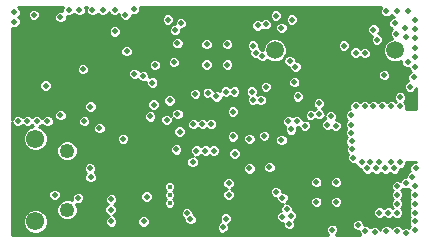
<source format=gbr>
G04 #@! TF.FileFunction,Copper,L3,Inr,Signal*
%FSLAX46Y46*%
G04 Gerber Fmt 4.6, Leading zero omitted, Abs format (unit mm)*
G04 Created by KiCad (PCBNEW 4.0.2-stable) date 2016-06-02 00:43:14*
%MOMM*%
G01*
G04 APERTURE LIST*
%ADD10C,0.100000*%
%ADD11C,1.500000*%
%ADD12C,1.250000*%
%ADD13C,1.550000*%
%ADD14C,0.400000*%
%ADD15C,0.500000*%
%ADD16C,0.254000*%
G04 APERTURE END LIST*
D10*
D11*
X72850000Y-44000000D03*
X62650000Y-44000000D03*
D12*
X45062540Y-52499100D03*
X45062540Y-57499100D03*
D13*
X42362540Y-51499100D03*
X42362540Y-58499100D03*
D14*
X53750000Y-56950000D03*
X53750000Y-55550000D03*
X53750000Y-56250000D03*
D15*
X40900000Y-50000000D03*
X41700000Y-50000000D03*
X42500000Y-50000000D03*
X43400000Y-50000000D03*
X69700000Y-58800000D03*
X70300000Y-59300000D03*
X71100000Y-59400000D03*
X72100000Y-59300000D03*
X73000000Y-59300000D03*
X73900000Y-45000000D03*
X73800000Y-42900000D03*
X72900000Y-42600000D03*
X73700000Y-42100000D03*
X72800000Y-41700000D03*
X72100000Y-40700000D03*
X73000000Y-40700000D03*
X73900000Y-40700000D03*
X74500000Y-41400000D03*
X74500000Y-42200000D03*
X74500000Y-43000000D03*
X74500000Y-43800000D03*
X74500000Y-44600000D03*
X74500000Y-45400000D03*
X74400000Y-46300000D03*
X74100000Y-47100000D03*
X45200000Y-40600000D03*
X46100000Y-40600000D03*
X47200000Y-40600000D03*
X48100000Y-40600000D03*
X49100000Y-40600000D03*
X40600000Y-41600000D03*
X40600000Y-40800000D03*
X69100000Y-50300000D03*
X49800000Y-51500000D03*
X67800000Y-50400000D03*
X67100000Y-50300000D03*
X65200000Y-50400000D03*
X58612500Y-43487500D03*
X56887500Y-45212500D03*
X56887500Y-43487500D03*
X58612500Y-45212500D03*
X62184241Y-53894559D03*
X63300000Y-58100000D03*
X65700000Y-49500000D03*
X64600000Y-47900000D03*
X69300000Y-53100000D03*
X69200000Y-52400000D03*
X69145982Y-51693432D03*
X71000000Y-42250000D03*
X70250000Y-44250000D03*
X58750000Y-55250000D03*
X58750000Y-56250000D03*
X58500000Y-58250000D03*
X58250000Y-59000000D03*
X48750000Y-57500000D03*
X46000000Y-56500000D03*
X44000000Y-56250000D03*
X47050010Y-54750000D03*
X47000000Y-54000000D03*
X60500000Y-54000000D03*
X61750000Y-51250000D03*
X60500000Y-51500000D03*
X57500000Y-52500000D03*
X56750000Y-52500000D03*
X56000000Y-52500000D03*
X55750000Y-50250000D03*
X56500000Y-50250000D03*
X57250000Y-50250000D03*
X53750000Y-48250000D03*
X52275002Y-46750000D03*
X52500000Y-45250000D03*
X50750000Y-40500000D03*
X50000000Y-41000000D03*
X51500000Y-46199998D03*
X50751910Y-45994029D03*
X52100000Y-49600000D03*
X47032844Y-48782844D03*
X46500000Y-50000000D03*
X44500000Y-49500000D03*
X43250000Y-47000000D03*
X42250000Y-41000000D03*
X66162500Y-55162500D03*
X66162500Y-56837500D03*
X67837500Y-56837500D03*
X67837500Y-55162500D03*
X69100000Y-51000000D03*
X69100000Y-49500000D03*
X69500000Y-48750000D03*
X70250000Y-48750000D03*
X71000000Y-48750000D03*
X71750000Y-48750000D03*
X72500000Y-48750000D03*
X73250000Y-48750000D03*
X73250000Y-48000000D03*
X73750000Y-59500000D03*
X74500000Y-59250000D03*
X74500000Y-58500000D03*
X74500000Y-57750000D03*
X74500000Y-57000000D03*
X74500000Y-56250000D03*
X74500000Y-55500000D03*
X74571749Y-53999451D03*
X74250000Y-54750000D03*
X73750000Y-55250000D03*
X73000000Y-55500000D03*
X73000000Y-56250000D03*
X73000000Y-57000000D03*
X73000000Y-57750000D03*
X72250000Y-57750000D03*
X71500000Y-57750000D03*
X70750000Y-53500000D03*
X70000000Y-53500000D03*
X70500000Y-54000000D03*
X71250000Y-54000000D03*
X71500000Y-53500000D03*
X72500000Y-53500000D03*
X72000000Y-54000000D03*
X72750000Y-54000000D03*
X73250000Y-53500000D03*
X55200000Y-57800000D03*
X51800000Y-56400000D03*
X51550010Y-58500000D03*
X54600000Y-50900000D03*
X54300000Y-52400000D03*
X55500000Y-58300000D03*
X60200000Y-46600000D03*
X54500000Y-45600000D03*
X55300000Y-42100000D03*
X62400000Y-52700000D03*
X62500000Y-47900000D03*
X70200000Y-54900000D03*
X64750000Y-58250000D03*
X64600000Y-42000000D03*
X58750000Y-57250000D03*
X58540690Y-59581380D03*
X61500000Y-52974998D03*
X61500000Y-52250000D03*
X61750000Y-50500000D03*
X59250000Y-50500000D03*
X52262985Y-47497308D03*
X66800000Y-59200000D03*
X68600000Y-59200000D03*
X70750000Y-57800002D03*
X67250000Y-52750000D03*
X68500000Y-52750000D03*
X59250000Y-52750000D03*
X55700010Y-53465000D03*
X46400000Y-45600000D03*
X44500000Y-41200000D03*
X53600000Y-41400000D03*
X54410883Y-43410883D03*
X54200000Y-42300000D03*
X66374999Y-48483187D03*
X63200000Y-42100000D03*
X64024990Y-50700000D03*
X62737384Y-41065618D03*
X63800000Y-50000000D03*
X61473867Y-48212870D03*
X64400000Y-45400000D03*
X61200000Y-41900000D03*
X63200011Y-51600000D03*
X62750000Y-56000000D03*
X67500000Y-59200000D03*
X59100000Y-49200000D03*
X67400000Y-49600000D03*
X50100000Y-44074998D03*
X47800000Y-50600000D03*
X52400000Y-48600000D03*
X54400000Y-49400000D03*
X56975010Y-47600000D03*
X53500000Y-49900000D03*
X57700000Y-47900000D03*
X59200000Y-47500000D03*
X66392710Y-49406075D03*
X63861901Y-58726887D03*
X48800000Y-56600000D03*
X61024995Y-44209819D03*
X48800000Y-58500000D03*
X60800000Y-43600000D03*
X64100000Y-41400000D03*
X71300000Y-43100000D03*
X69500000Y-44200000D03*
X71900000Y-46100000D03*
X54700000Y-41700000D03*
X64300000Y-46700000D03*
X68500000Y-43600000D03*
X54100000Y-45000000D03*
X55900000Y-47700000D03*
X59100000Y-51300000D03*
X58500000Y-47500000D03*
X63300000Y-56500000D03*
X60700000Y-47500000D03*
X63650002Y-57450704D03*
X60800000Y-48200000D03*
X64000000Y-58000000D03*
X49100000Y-42400000D03*
X61606630Y-44499995D03*
X63900000Y-44900000D03*
X61900000Y-41800000D03*
X61900000Y-47100000D03*
X64500000Y-50000000D03*
D16*
G36*
X44673091Y-40494713D02*
X44672911Y-40701171D01*
X44605287Y-40673091D01*
X44395633Y-40672908D01*
X44201868Y-40752970D01*
X44053491Y-40901088D01*
X43973091Y-41094713D01*
X43972908Y-41304367D01*
X44052970Y-41498132D01*
X44201088Y-41646509D01*
X44394713Y-41726909D01*
X44604367Y-41727092D01*
X44798132Y-41647030D01*
X44946509Y-41498912D01*
X45026909Y-41305287D01*
X45027089Y-41098829D01*
X45094713Y-41126909D01*
X45304367Y-41127092D01*
X45498132Y-41047030D01*
X45646509Y-40898912D01*
X45649909Y-40890724D01*
X45652970Y-40898132D01*
X45801088Y-41046509D01*
X45994713Y-41126909D01*
X46204367Y-41127092D01*
X46398132Y-41047030D01*
X46546509Y-40898912D01*
X46626909Y-40705287D01*
X46627092Y-40495633D01*
X46578074Y-40377000D01*
X46721970Y-40377000D01*
X46673091Y-40494713D01*
X46672908Y-40704367D01*
X46752970Y-40898132D01*
X46901088Y-41046509D01*
X47094713Y-41126909D01*
X47304367Y-41127092D01*
X47498132Y-41047030D01*
X47646509Y-40898912D01*
X47649909Y-40890724D01*
X47652970Y-40898132D01*
X47801088Y-41046509D01*
X47994713Y-41126909D01*
X48204367Y-41127092D01*
X48398132Y-41047030D01*
X48546509Y-40898912D01*
X48600032Y-40770013D01*
X48652970Y-40898132D01*
X48801088Y-41046509D01*
X48994713Y-41126909D01*
X49204367Y-41127092D01*
X49398132Y-41047030D01*
X49473023Y-40972269D01*
X49472908Y-41104367D01*
X49552970Y-41298132D01*
X49701088Y-41446509D01*
X49894713Y-41526909D01*
X50104367Y-41527092D01*
X50159365Y-41504367D01*
X53072908Y-41504367D01*
X53152970Y-41698132D01*
X53301088Y-41846509D01*
X53494713Y-41926909D01*
X53704367Y-41927092D01*
X53898132Y-41847030D01*
X54046509Y-41698912D01*
X54126909Y-41505287D01*
X54127092Y-41295633D01*
X54075176Y-41169985D01*
X62210292Y-41169985D01*
X62290354Y-41363750D01*
X62438472Y-41512127D01*
X62632097Y-41592527D01*
X62841751Y-41592710D01*
X63035516Y-41512648D01*
X63043811Y-41504367D01*
X63572908Y-41504367D01*
X63652970Y-41698132D01*
X63801088Y-41846509D01*
X63994713Y-41926909D01*
X64204367Y-41927092D01*
X64398132Y-41847030D01*
X64546509Y-41698912D01*
X64626909Y-41505287D01*
X64627092Y-41295633D01*
X64547030Y-41101868D01*
X64398912Y-40953491D01*
X64205287Y-40873091D01*
X63995633Y-40872908D01*
X63801868Y-40952970D01*
X63653491Y-41101088D01*
X63573091Y-41294713D01*
X63572908Y-41504367D01*
X63043811Y-41504367D01*
X63183893Y-41364530D01*
X63264293Y-41170905D01*
X63264476Y-40961251D01*
X63184414Y-40767486D01*
X63036296Y-40619109D01*
X62842671Y-40538709D01*
X62633017Y-40538526D01*
X62439252Y-40618588D01*
X62290875Y-40766706D01*
X62210475Y-40960331D01*
X62210292Y-41169985D01*
X54075176Y-41169985D01*
X54047030Y-41101868D01*
X53898912Y-40953491D01*
X53705287Y-40873091D01*
X53495633Y-40872908D01*
X53301868Y-40952970D01*
X53153491Y-41101088D01*
X53073091Y-41294713D01*
X53072908Y-41504367D01*
X50159365Y-41504367D01*
X50298132Y-41447030D01*
X50446509Y-41298912D01*
X50526909Y-41105287D01*
X50527020Y-40978039D01*
X50644713Y-41026909D01*
X50854367Y-41027092D01*
X51048132Y-40947030D01*
X51196509Y-40798912D01*
X51276909Y-40605287D01*
X51277092Y-40395633D01*
X51269393Y-40377000D01*
X71677621Y-40377000D01*
X71653491Y-40401088D01*
X71573091Y-40594713D01*
X71572908Y-40804367D01*
X71652970Y-40998132D01*
X71801088Y-41146509D01*
X71994713Y-41226909D01*
X72204367Y-41227092D01*
X72398132Y-41147030D01*
X72546509Y-40998912D01*
X72549909Y-40990724D01*
X72552970Y-40998132D01*
X72701088Y-41146509D01*
X72764809Y-41172968D01*
X72695633Y-41172908D01*
X72501868Y-41252970D01*
X72353491Y-41401088D01*
X72273091Y-41594713D01*
X72272908Y-41804367D01*
X72352970Y-41998132D01*
X72501088Y-42146509D01*
X72576833Y-42177961D01*
X72453491Y-42301088D01*
X72373091Y-42494713D01*
X72372908Y-42704367D01*
X72452970Y-42898132D01*
X72562304Y-43007658D01*
X72269011Y-43128844D01*
X71979860Y-43417492D01*
X71823179Y-43794821D01*
X71822822Y-44203387D01*
X71978844Y-44580989D01*
X72267492Y-44870140D01*
X72644821Y-45026821D01*
X73053387Y-45027178D01*
X73373091Y-44895079D01*
X73372908Y-45104367D01*
X73452970Y-45298132D01*
X73601088Y-45446509D01*
X73794713Y-45526909D01*
X73982290Y-45527073D01*
X74052970Y-45698132D01*
X74176680Y-45822058D01*
X74101868Y-45852970D01*
X73953491Y-46001088D01*
X73873091Y-46194713D01*
X73872908Y-46404367D01*
X73950289Y-46591644D01*
X73801868Y-46652970D01*
X73653491Y-46801088D01*
X73573091Y-46994713D01*
X73572908Y-47204367D01*
X73652970Y-47398132D01*
X73801088Y-47546509D01*
X73994713Y-47626909D01*
X74204367Y-47627092D01*
X74398132Y-47547030D01*
X74546509Y-47398912D01*
X74623000Y-47214701D01*
X74623000Y-48973000D01*
X73728030Y-48973000D01*
X73776909Y-48855287D01*
X73777092Y-48645633D01*
X73697030Y-48451868D01*
X73620292Y-48374996D01*
X73696509Y-48298912D01*
X73776909Y-48105287D01*
X73777092Y-47895633D01*
X73697030Y-47701868D01*
X73548912Y-47553491D01*
X73355287Y-47473091D01*
X73145633Y-47472908D01*
X72951868Y-47552970D01*
X72803491Y-47701088D01*
X72723091Y-47894713D01*
X72722908Y-48104367D01*
X72802970Y-48298132D01*
X72879708Y-48375004D01*
X72874996Y-48379708D01*
X72798912Y-48303491D01*
X72605287Y-48223091D01*
X72395633Y-48222908D01*
X72201868Y-48302970D01*
X72124996Y-48379708D01*
X72048912Y-48303491D01*
X71855287Y-48223091D01*
X71645633Y-48222908D01*
X71451868Y-48302970D01*
X71374996Y-48379708D01*
X71298912Y-48303491D01*
X71105287Y-48223091D01*
X70895633Y-48222908D01*
X70701868Y-48302970D01*
X70624996Y-48379708D01*
X70548912Y-48303491D01*
X70355287Y-48223091D01*
X70145633Y-48222908D01*
X69951868Y-48302970D01*
X69874996Y-48379708D01*
X69798912Y-48303491D01*
X69605287Y-48223091D01*
X69395633Y-48222908D01*
X69201868Y-48302970D01*
X69053491Y-48451088D01*
X68973091Y-48644713D01*
X68972908Y-48854367D01*
X69021898Y-48972931D01*
X68995633Y-48972908D01*
X68801868Y-49052970D01*
X68653491Y-49201088D01*
X68573091Y-49394713D01*
X68572908Y-49604367D01*
X68652970Y-49798132D01*
X68754708Y-49900048D01*
X68653491Y-50001088D01*
X68573091Y-50194713D01*
X68572908Y-50404367D01*
X68652970Y-50598132D01*
X68704708Y-50649960D01*
X68653491Y-50701088D01*
X68573091Y-50894713D01*
X68572908Y-51104367D01*
X68652970Y-51298132D01*
X68724375Y-51369662D01*
X68699473Y-51394520D01*
X68619073Y-51588145D01*
X68618890Y-51797799D01*
X68698952Y-51991564D01*
X68780936Y-52073691D01*
X68753491Y-52101088D01*
X68673091Y-52294713D01*
X68672908Y-52504367D01*
X68752970Y-52698132D01*
X68854621Y-52799960D01*
X68853491Y-52801088D01*
X68773091Y-52994713D01*
X68772908Y-53204367D01*
X68852970Y-53398132D01*
X69001088Y-53546509D01*
X69194713Y-53626909D01*
X69404367Y-53627092D01*
X69472913Y-53598769D01*
X69472908Y-53604367D01*
X69552970Y-53798132D01*
X69701088Y-53946509D01*
X69894713Y-54026909D01*
X69972976Y-54026977D01*
X69972908Y-54104367D01*
X70052970Y-54298132D01*
X70201088Y-54446509D01*
X70394713Y-54526909D01*
X70604367Y-54527092D01*
X70798132Y-54447030D01*
X70875004Y-54370292D01*
X70951088Y-54446509D01*
X71144713Y-54526909D01*
X71354367Y-54527092D01*
X71548132Y-54447030D01*
X71625004Y-54370292D01*
X71701088Y-54446509D01*
X71894713Y-54526909D01*
X72104367Y-54527092D01*
X72298132Y-54447030D01*
X72375004Y-54370292D01*
X72451088Y-54446509D01*
X72644713Y-54526909D01*
X72854367Y-54527092D01*
X73048132Y-54447030D01*
X73196509Y-54298912D01*
X73276909Y-54105287D01*
X73276977Y-54027024D01*
X73354367Y-54027092D01*
X73548132Y-53947030D01*
X73696509Y-53798912D01*
X73776909Y-53605287D01*
X73777065Y-53427000D01*
X74623000Y-53427000D01*
X74623000Y-53472495D01*
X74467382Y-53472359D01*
X74273617Y-53552421D01*
X74125240Y-53700539D01*
X74044840Y-53894164D01*
X74044657Y-54103818D01*
X74101413Y-54241179D01*
X73951868Y-54302970D01*
X73803491Y-54451088D01*
X73723091Y-54644713D01*
X73723023Y-54722976D01*
X73645633Y-54722908D01*
X73451868Y-54802970D01*
X73303491Y-54951088D01*
X73266550Y-55040053D01*
X73105287Y-54973091D01*
X72895633Y-54972908D01*
X72701868Y-55052970D01*
X72553491Y-55201088D01*
X72473091Y-55394713D01*
X72472908Y-55604367D01*
X72552970Y-55798132D01*
X72629708Y-55875004D01*
X72553491Y-55951088D01*
X72473091Y-56144713D01*
X72472908Y-56354367D01*
X72552970Y-56548132D01*
X72629708Y-56625004D01*
X72553491Y-56701088D01*
X72473091Y-56894713D01*
X72472908Y-57104367D01*
X72552970Y-57298132D01*
X72629708Y-57375004D01*
X72624996Y-57379708D01*
X72548912Y-57303491D01*
X72355287Y-57223091D01*
X72145633Y-57222908D01*
X71951868Y-57302970D01*
X71874996Y-57379708D01*
X71798912Y-57303491D01*
X71605287Y-57223091D01*
X71395633Y-57222908D01*
X71201868Y-57302970D01*
X71053491Y-57451088D01*
X70973091Y-57644713D01*
X70972908Y-57854367D01*
X71052970Y-58048132D01*
X71201088Y-58196509D01*
X71394713Y-58276909D01*
X71604367Y-58277092D01*
X71798132Y-58197030D01*
X71875004Y-58120292D01*
X71951088Y-58196509D01*
X72144713Y-58276909D01*
X72354367Y-58277092D01*
X72548132Y-58197030D01*
X72625004Y-58120292D01*
X72701088Y-58196509D01*
X72894713Y-58276909D01*
X73104367Y-58277092D01*
X73298132Y-58197030D01*
X73446509Y-58048912D01*
X73526909Y-57855287D01*
X73527092Y-57645633D01*
X73447030Y-57451868D01*
X73370292Y-57374996D01*
X73446509Y-57298912D01*
X73526909Y-57105287D01*
X73527092Y-56895633D01*
X73447030Y-56701868D01*
X73370292Y-56624996D01*
X73446509Y-56548912D01*
X73526909Y-56355287D01*
X73527092Y-56145633D01*
X73447030Y-55951868D01*
X73370292Y-55874996D01*
X73446509Y-55798912D01*
X73483450Y-55709947D01*
X73644713Y-55776909D01*
X73854367Y-55777092D01*
X74016582Y-55710066D01*
X74052970Y-55798132D01*
X74129708Y-55875004D01*
X74053491Y-55951088D01*
X73973091Y-56144713D01*
X73972908Y-56354367D01*
X74052970Y-56548132D01*
X74129708Y-56625004D01*
X74053491Y-56701088D01*
X73973091Y-56894713D01*
X73972908Y-57104367D01*
X74052970Y-57298132D01*
X74129708Y-57375004D01*
X74053491Y-57451088D01*
X73973091Y-57644713D01*
X73972908Y-57854367D01*
X74052970Y-58048132D01*
X74129708Y-58125004D01*
X74053491Y-58201088D01*
X73973091Y-58394713D01*
X73972908Y-58604367D01*
X74052970Y-58798132D01*
X74129708Y-58875004D01*
X74053491Y-58951088D01*
X74016550Y-59040053D01*
X73855287Y-58973091D01*
X73645633Y-58972908D01*
X73465771Y-59047225D01*
X73447030Y-59001868D01*
X73298912Y-58853491D01*
X73105287Y-58773091D01*
X72895633Y-58772908D01*
X72701868Y-58852970D01*
X72553491Y-59001088D01*
X72550091Y-59009276D01*
X72547030Y-59001868D01*
X72398912Y-58853491D01*
X72205287Y-58773091D01*
X71995633Y-58772908D01*
X71801868Y-58852970D01*
X71653491Y-59001088D01*
X71579257Y-59179863D01*
X71547030Y-59101868D01*
X71398912Y-58953491D01*
X71205287Y-58873091D01*
X70995633Y-58872908D01*
X70801868Y-58952970D01*
X70748740Y-59006006D01*
X70747030Y-59001868D01*
X70598912Y-58853491D01*
X70405287Y-58773091D01*
X70227025Y-58772935D01*
X70227092Y-58695633D01*
X70147030Y-58501868D01*
X69998912Y-58353491D01*
X69805287Y-58273091D01*
X69595633Y-58272908D01*
X69401868Y-58352970D01*
X69253491Y-58501088D01*
X69173091Y-58694713D01*
X69172908Y-58904367D01*
X69252970Y-59098132D01*
X69401088Y-59246509D01*
X69594713Y-59326909D01*
X69772975Y-59327065D01*
X69772908Y-59404367D01*
X69852970Y-59598132D01*
X69877795Y-59623000D01*
X67822204Y-59623000D01*
X67946509Y-59498912D01*
X68026909Y-59305287D01*
X68027092Y-59095633D01*
X67947030Y-58901868D01*
X67798912Y-58753491D01*
X67605287Y-58673091D01*
X67395633Y-58672908D01*
X67201868Y-58752970D01*
X67053491Y-58901088D01*
X66973091Y-59094713D01*
X66972908Y-59304367D01*
X67052970Y-59498132D01*
X67177620Y-59623000D01*
X40377000Y-59623000D01*
X40377000Y-58707438D01*
X41310358Y-58707438D01*
X41470178Y-59094232D01*
X41765852Y-59390422D01*
X42152366Y-59550917D01*
X42570878Y-59551282D01*
X42957672Y-59391462D01*
X43245268Y-59104367D01*
X57722908Y-59104367D01*
X57802970Y-59298132D01*
X57951088Y-59446509D01*
X58144713Y-59526909D01*
X58354367Y-59527092D01*
X58548132Y-59447030D01*
X58696509Y-59298912D01*
X58776909Y-59105287D01*
X58777092Y-58895633D01*
X58710066Y-58733418D01*
X58798132Y-58697030D01*
X58946509Y-58548912D01*
X59026909Y-58355287D01*
X59027092Y-58145633D01*
X58947030Y-57951868D01*
X58798912Y-57803491D01*
X58605287Y-57723091D01*
X58395633Y-57722908D01*
X58201868Y-57802970D01*
X58053491Y-57951088D01*
X57973091Y-58144713D01*
X57972908Y-58354367D01*
X58039934Y-58516582D01*
X57951868Y-58552970D01*
X57803491Y-58701088D01*
X57723091Y-58894713D01*
X57722908Y-59104367D01*
X43245268Y-59104367D01*
X43253862Y-59095788D01*
X43414357Y-58709274D01*
X43414722Y-58290762D01*
X43254902Y-57903968D01*
X43029061Y-57677732D01*
X44160384Y-57677732D01*
X44297416Y-58009374D01*
X44550931Y-58263332D01*
X44882334Y-58400943D01*
X45241172Y-58401256D01*
X45572814Y-58264224D01*
X45826772Y-58010709D01*
X45964383Y-57679306D01*
X45964448Y-57604367D01*
X48222908Y-57604367D01*
X48302970Y-57798132D01*
X48451088Y-57946509D01*
X48604925Y-58010388D01*
X48501868Y-58052970D01*
X48353491Y-58201088D01*
X48273091Y-58394713D01*
X48272908Y-58604367D01*
X48352970Y-58798132D01*
X48501088Y-58946509D01*
X48694713Y-59026909D01*
X48904367Y-59027092D01*
X49098132Y-58947030D01*
X49246509Y-58798912D01*
X49326909Y-58605287D01*
X49326909Y-58604367D01*
X51022918Y-58604367D01*
X51102980Y-58798132D01*
X51251098Y-58946509D01*
X51444723Y-59026909D01*
X51654377Y-59027092D01*
X51848142Y-58947030D01*
X51996519Y-58798912D01*
X52076919Y-58605287D01*
X52077102Y-58395633D01*
X51997040Y-58201868D01*
X51848922Y-58053491D01*
X51655297Y-57973091D01*
X51445643Y-57972908D01*
X51251878Y-58052970D01*
X51103501Y-58201088D01*
X51023101Y-58394713D01*
X51022918Y-58604367D01*
X49326909Y-58604367D01*
X49327092Y-58395633D01*
X49247030Y-58201868D01*
X49098912Y-58053491D01*
X48945075Y-57989612D01*
X49048132Y-57947030D01*
X49090869Y-57904367D01*
X54672908Y-57904367D01*
X54752970Y-58098132D01*
X54901088Y-58246509D01*
X54973020Y-58276378D01*
X54972908Y-58404367D01*
X55052970Y-58598132D01*
X55201088Y-58746509D01*
X55394713Y-58826909D01*
X55604367Y-58827092D01*
X55798132Y-58747030D01*
X55946509Y-58598912D01*
X56026909Y-58405287D01*
X56027092Y-58195633D01*
X55947030Y-58001868D01*
X55798912Y-57853491D01*
X55726980Y-57823622D01*
X55727092Y-57695633D01*
X55647030Y-57501868D01*
X55498912Y-57353491D01*
X55305287Y-57273091D01*
X55095633Y-57272908D01*
X54901868Y-57352970D01*
X54753491Y-57501088D01*
X54673091Y-57694713D01*
X54672908Y-57904367D01*
X49090869Y-57904367D01*
X49196509Y-57798912D01*
X49276909Y-57605287D01*
X49277092Y-57395633D01*
X49197030Y-57201868D01*
X49058719Y-57063315D01*
X49098132Y-57047030D01*
X49246509Y-56898912D01*
X49326909Y-56705287D01*
X49327084Y-56504367D01*
X51272908Y-56504367D01*
X51352970Y-56698132D01*
X51501088Y-56846509D01*
X51694713Y-56926909D01*
X51904367Y-56927092D01*
X52098132Y-56847030D01*
X52246509Y-56698912D01*
X52326909Y-56505287D01*
X52327092Y-56295633D01*
X52247030Y-56101868D01*
X52098912Y-55953491D01*
X51905287Y-55873091D01*
X51695633Y-55872908D01*
X51501868Y-55952970D01*
X51353491Y-56101088D01*
X51273091Y-56294713D01*
X51272908Y-56504367D01*
X49327084Y-56504367D01*
X49327092Y-56495633D01*
X49247030Y-56301868D01*
X49098912Y-56153491D01*
X48905287Y-56073091D01*
X48695633Y-56072908D01*
X48501868Y-56152970D01*
X48353491Y-56301088D01*
X48273091Y-56494713D01*
X48272908Y-56704367D01*
X48352970Y-56898132D01*
X48491281Y-57036685D01*
X48451868Y-57052970D01*
X48303491Y-57201088D01*
X48223091Y-57394713D01*
X48222908Y-57604367D01*
X45964448Y-57604367D01*
X45964696Y-57320468D01*
X45832772Y-57001189D01*
X45894713Y-57026909D01*
X46104367Y-57027092D01*
X46298132Y-56947030D01*
X46446509Y-56798912D01*
X46526909Y-56605287D01*
X46527092Y-56395633D01*
X46447030Y-56201868D01*
X46298912Y-56053491D01*
X46105287Y-55973091D01*
X45895633Y-55972908D01*
X45701868Y-56052970D01*
X45553491Y-56201088D01*
X45473091Y-56394713D01*
X45472908Y-56604367D01*
X45517030Y-56711150D01*
X45242746Y-56597257D01*
X44883908Y-56596944D01*
X44552266Y-56733976D01*
X44298308Y-56987491D01*
X44160697Y-57318894D01*
X44160384Y-57677732D01*
X43029061Y-57677732D01*
X42959228Y-57607778D01*
X42572714Y-57447283D01*
X42154202Y-57446918D01*
X41767408Y-57606738D01*
X41471218Y-57902412D01*
X41310723Y-58288926D01*
X41310358Y-58707438D01*
X40377000Y-58707438D01*
X40377000Y-56354367D01*
X43472908Y-56354367D01*
X43552970Y-56548132D01*
X43701088Y-56696509D01*
X43894713Y-56776909D01*
X44104367Y-56777092D01*
X44298132Y-56697030D01*
X44446509Y-56548912D01*
X44526909Y-56355287D01*
X44527092Y-56145633D01*
X44447030Y-55951868D01*
X44298912Y-55803491D01*
X44105287Y-55723091D01*
X43895633Y-55722908D01*
X43701868Y-55802970D01*
X43553491Y-55951088D01*
X43473091Y-56144713D01*
X43472908Y-56354367D01*
X40377000Y-56354367D01*
X40377000Y-55644465D01*
X53272917Y-55644465D01*
X53345383Y-55819846D01*
X53425419Y-55900022D01*
X53345855Y-55979448D01*
X53273083Y-56154703D01*
X53272917Y-56344465D01*
X53345383Y-56519846D01*
X53425419Y-56600022D01*
X53345855Y-56679448D01*
X53273083Y-56854703D01*
X53272917Y-57044465D01*
X53345383Y-57219846D01*
X53479448Y-57354145D01*
X53654703Y-57426917D01*
X53844465Y-57427083D01*
X54019846Y-57354617D01*
X54154145Y-57220552D01*
X54226917Y-57045297D01*
X54227083Y-56855535D01*
X54154617Y-56680154D01*
X54074581Y-56599978D01*
X54154145Y-56520552D01*
X54226917Y-56345297D01*
X54227083Y-56155535D01*
X54154617Y-55980154D01*
X54074581Y-55899978D01*
X54154145Y-55820552D01*
X54226917Y-55645297D01*
X54227083Y-55455535D01*
X54185282Y-55354367D01*
X58222908Y-55354367D01*
X58302970Y-55548132D01*
X58451088Y-55696509D01*
X58579987Y-55750032D01*
X58451868Y-55802970D01*
X58303491Y-55951088D01*
X58223091Y-56144713D01*
X58222908Y-56354367D01*
X58302970Y-56548132D01*
X58451088Y-56696509D01*
X58644713Y-56776909D01*
X58854367Y-56777092D01*
X59048132Y-56697030D01*
X59196509Y-56548912D01*
X59276909Y-56355287D01*
X59277092Y-56145633D01*
X59260042Y-56104367D01*
X62222908Y-56104367D01*
X62302970Y-56298132D01*
X62451088Y-56446509D01*
X62644713Y-56526909D01*
X62772976Y-56527021D01*
X62772908Y-56604367D01*
X62852970Y-56798132D01*
X63001088Y-56946509D01*
X63194713Y-57026909D01*
X63328477Y-57027026D01*
X63203493Y-57151792D01*
X63123093Y-57345417D01*
X63122910Y-57555071D01*
X63139810Y-57595973D01*
X63001868Y-57652970D01*
X62853491Y-57801088D01*
X62773091Y-57994713D01*
X62772908Y-58204367D01*
X62852970Y-58398132D01*
X63001088Y-58546509D01*
X63194713Y-58626909D01*
X63334987Y-58627031D01*
X63334809Y-58831254D01*
X63414871Y-59025019D01*
X63562989Y-59173396D01*
X63756614Y-59253796D01*
X63966268Y-59253979D01*
X64160033Y-59173917D01*
X64308410Y-59025799D01*
X64388810Y-58832174D01*
X64388993Y-58622520D01*
X64311123Y-58434061D01*
X64446509Y-58298912D01*
X64526909Y-58105287D01*
X64527092Y-57895633D01*
X64447030Y-57701868D01*
X64298912Y-57553491D01*
X64176957Y-57502851D01*
X64177094Y-57346337D01*
X64097032Y-57152572D01*
X63948914Y-57004195D01*
X63798812Y-56941867D01*
X65635408Y-56941867D01*
X65715470Y-57135632D01*
X65863588Y-57284009D01*
X66057213Y-57364409D01*
X66266867Y-57364592D01*
X66460632Y-57284530D01*
X66609009Y-57136412D01*
X66689409Y-56942787D01*
X66689409Y-56941867D01*
X67310408Y-56941867D01*
X67390470Y-57135632D01*
X67538588Y-57284009D01*
X67732213Y-57364409D01*
X67941867Y-57364592D01*
X68135632Y-57284530D01*
X68284009Y-57136412D01*
X68364409Y-56942787D01*
X68364592Y-56733133D01*
X68284530Y-56539368D01*
X68136412Y-56390991D01*
X67942787Y-56310591D01*
X67733133Y-56310408D01*
X67539368Y-56390470D01*
X67390991Y-56538588D01*
X67310591Y-56732213D01*
X67310408Y-56941867D01*
X66689409Y-56941867D01*
X66689592Y-56733133D01*
X66609530Y-56539368D01*
X66461412Y-56390991D01*
X66267787Y-56310591D01*
X66058133Y-56310408D01*
X65864368Y-56390470D01*
X65715991Y-56538588D01*
X65635591Y-56732213D01*
X65635408Y-56941867D01*
X63798812Y-56941867D01*
X63755289Y-56923795D01*
X63621525Y-56923678D01*
X63746509Y-56798912D01*
X63826909Y-56605287D01*
X63827092Y-56395633D01*
X63747030Y-56201868D01*
X63598912Y-56053491D01*
X63405287Y-55973091D01*
X63277024Y-55972979D01*
X63277092Y-55895633D01*
X63197030Y-55701868D01*
X63048912Y-55553491D01*
X62855287Y-55473091D01*
X62645633Y-55472908D01*
X62451868Y-55552970D01*
X62303491Y-55701088D01*
X62223091Y-55894713D01*
X62222908Y-56104367D01*
X59260042Y-56104367D01*
X59197030Y-55951868D01*
X59048912Y-55803491D01*
X58920013Y-55749968D01*
X59048132Y-55697030D01*
X59196509Y-55548912D01*
X59276909Y-55355287D01*
X59276986Y-55266867D01*
X65635408Y-55266867D01*
X65715470Y-55460632D01*
X65863588Y-55609009D01*
X66057213Y-55689409D01*
X66266867Y-55689592D01*
X66460632Y-55609530D01*
X66609009Y-55461412D01*
X66689409Y-55267787D01*
X66689409Y-55266867D01*
X67310408Y-55266867D01*
X67390470Y-55460632D01*
X67538588Y-55609009D01*
X67732213Y-55689409D01*
X67941867Y-55689592D01*
X68135632Y-55609530D01*
X68284009Y-55461412D01*
X68364409Y-55267787D01*
X68364592Y-55058133D01*
X68284530Y-54864368D01*
X68136412Y-54715991D01*
X67942787Y-54635591D01*
X67733133Y-54635408D01*
X67539368Y-54715470D01*
X67390991Y-54863588D01*
X67310591Y-55057213D01*
X67310408Y-55266867D01*
X66689409Y-55266867D01*
X66689592Y-55058133D01*
X66609530Y-54864368D01*
X66461412Y-54715991D01*
X66267787Y-54635591D01*
X66058133Y-54635408D01*
X65864368Y-54715470D01*
X65715991Y-54863588D01*
X65635591Y-55057213D01*
X65635408Y-55266867D01*
X59276986Y-55266867D01*
X59277092Y-55145633D01*
X59197030Y-54951868D01*
X59048912Y-54803491D01*
X58855287Y-54723091D01*
X58645633Y-54722908D01*
X58451868Y-54802970D01*
X58303491Y-54951088D01*
X58223091Y-55144713D01*
X58222908Y-55354367D01*
X54185282Y-55354367D01*
X54154617Y-55280154D01*
X54020552Y-55145855D01*
X53845297Y-55073083D01*
X53655535Y-55072917D01*
X53480154Y-55145383D01*
X53345855Y-55279448D01*
X53273083Y-55454703D01*
X53272917Y-55644465D01*
X40377000Y-55644465D01*
X40377000Y-54104367D01*
X46472908Y-54104367D01*
X46552970Y-54298132D01*
X46654669Y-54400009D01*
X46603501Y-54451088D01*
X46523101Y-54644713D01*
X46522918Y-54854367D01*
X46602980Y-55048132D01*
X46751098Y-55196509D01*
X46944723Y-55276909D01*
X47154377Y-55277092D01*
X47348142Y-55197030D01*
X47496519Y-55048912D01*
X47576919Y-54855287D01*
X47577102Y-54645633D01*
X47497040Y-54451868D01*
X47395341Y-54349991D01*
X47446509Y-54298912D01*
X47526909Y-54105287D01*
X47526909Y-54104367D01*
X59972908Y-54104367D01*
X60052970Y-54298132D01*
X60201088Y-54446509D01*
X60394713Y-54526909D01*
X60604367Y-54527092D01*
X60798132Y-54447030D01*
X60946509Y-54298912D01*
X61026909Y-54105287D01*
X61027001Y-53998926D01*
X61657149Y-53998926D01*
X61737211Y-54192691D01*
X61885329Y-54341068D01*
X62078954Y-54421468D01*
X62288608Y-54421651D01*
X62482373Y-54341589D01*
X62630750Y-54193471D01*
X62711150Y-53999846D01*
X62711333Y-53790192D01*
X62631271Y-53596427D01*
X62483153Y-53448050D01*
X62289528Y-53367650D01*
X62079874Y-53367467D01*
X61886109Y-53447529D01*
X61737732Y-53595647D01*
X61657332Y-53789272D01*
X61657149Y-53998926D01*
X61027001Y-53998926D01*
X61027092Y-53895633D01*
X60947030Y-53701868D01*
X60798912Y-53553491D01*
X60605287Y-53473091D01*
X60395633Y-53472908D01*
X60201868Y-53552970D01*
X60053491Y-53701088D01*
X59973091Y-53894713D01*
X59972908Y-54104367D01*
X47526909Y-54104367D01*
X47527092Y-53895633D01*
X47447030Y-53701868D01*
X47314761Y-53569367D01*
X55172918Y-53569367D01*
X55252980Y-53763132D01*
X55401098Y-53911509D01*
X55594723Y-53991909D01*
X55804377Y-53992092D01*
X55998142Y-53912030D01*
X56146519Y-53763912D01*
X56226919Y-53570287D01*
X56227102Y-53360633D01*
X56147040Y-53166868D01*
X56007424Y-53027007D01*
X56104367Y-53027092D01*
X56298132Y-52947030D01*
X56375004Y-52870292D01*
X56451088Y-52946509D01*
X56644713Y-53026909D01*
X56854367Y-53027092D01*
X57048132Y-52947030D01*
X57125004Y-52870292D01*
X57201088Y-52946509D01*
X57394713Y-53026909D01*
X57604367Y-53027092D01*
X57798132Y-52947030D01*
X57890957Y-52854367D01*
X58722908Y-52854367D01*
X58802970Y-53048132D01*
X58951088Y-53196509D01*
X59144713Y-53276909D01*
X59354367Y-53277092D01*
X59548132Y-53197030D01*
X59696509Y-53048912D01*
X59776909Y-52855287D01*
X59777092Y-52645633D01*
X59697030Y-52451868D01*
X59548912Y-52303491D01*
X59355287Y-52223091D01*
X59145633Y-52222908D01*
X58951868Y-52302970D01*
X58803491Y-52451088D01*
X58723091Y-52644713D01*
X58722908Y-52854367D01*
X57890957Y-52854367D01*
X57946509Y-52798912D01*
X58026909Y-52605287D01*
X58027092Y-52395633D01*
X57947030Y-52201868D01*
X57798912Y-52053491D01*
X57605287Y-51973091D01*
X57395633Y-51972908D01*
X57201868Y-52052970D01*
X57124996Y-52129708D01*
X57048912Y-52053491D01*
X56855287Y-51973091D01*
X56645633Y-51972908D01*
X56451868Y-52052970D01*
X56374996Y-52129708D01*
X56298912Y-52053491D01*
X56105287Y-51973091D01*
X55895633Y-51972908D01*
X55701868Y-52052970D01*
X55553491Y-52201088D01*
X55473091Y-52394713D01*
X55472908Y-52604367D01*
X55552970Y-52798132D01*
X55692586Y-52937993D01*
X55595643Y-52937908D01*
X55401878Y-53017970D01*
X55253501Y-53166088D01*
X55173101Y-53359713D01*
X55172918Y-53569367D01*
X47314761Y-53569367D01*
X47298912Y-53553491D01*
X47105287Y-53473091D01*
X46895633Y-53472908D01*
X46701868Y-53552970D01*
X46553491Y-53701088D01*
X46473091Y-53894713D01*
X46472908Y-54104367D01*
X40377000Y-54104367D01*
X40377000Y-52677732D01*
X44160384Y-52677732D01*
X44297416Y-53009374D01*
X44550931Y-53263332D01*
X44882334Y-53400943D01*
X45241172Y-53401256D01*
X45572814Y-53264224D01*
X45826772Y-53010709D01*
X45964383Y-52679306D01*
X45964535Y-52504367D01*
X53772908Y-52504367D01*
X53852970Y-52698132D01*
X54001088Y-52846509D01*
X54194713Y-52926909D01*
X54404367Y-52927092D01*
X54598132Y-52847030D01*
X54746509Y-52698912D01*
X54826909Y-52505287D01*
X54827092Y-52295633D01*
X54747030Y-52101868D01*
X54598912Y-51953491D01*
X54405287Y-51873091D01*
X54195633Y-51872908D01*
X54001868Y-51952970D01*
X53853491Y-52101088D01*
X53773091Y-52294713D01*
X53772908Y-52504367D01*
X45964535Y-52504367D01*
X45964696Y-52320468D01*
X45827664Y-51988826D01*
X45574149Y-51734868D01*
X45259869Y-51604367D01*
X49272908Y-51604367D01*
X49352970Y-51798132D01*
X49501088Y-51946509D01*
X49694713Y-52026909D01*
X49904367Y-52027092D01*
X50098132Y-51947030D01*
X50246509Y-51798912D01*
X50326909Y-51605287D01*
X50327092Y-51395633D01*
X50247030Y-51201868D01*
X50098912Y-51053491D01*
X49980609Y-51004367D01*
X54072908Y-51004367D01*
X54152970Y-51198132D01*
X54301088Y-51346509D01*
X54494713Y-51426909D01*
X54704367Y-51427092D01*
X54759365Y-51404367D01*
X58572908Y-51404367D01*
X58652970Y-51598132D01*
X58801088Y-51746509D01*
X58994713Y-51826909D01*
X59204367Y-51827092D01*
X59398132Y-51747030D01*
X59541044Y-51604367D01*
X59972908Y-51604367D01*
X60052970Y-51798132D01*
X60201088Y-51946509D01*
X60394713Y-52026909D01*
X60604367Y-52027092D01*
X60798132Y-51947030D01*
X60946509Y-51798912D01*
X61026909Y-51605287D01*
X61027092Y-51395633D01*
X61010042Y-51354367D01*
X61222908Y-51354367D01*
X61302970Y-51548132D01*
X61451088Y-51696509D01*
X61644713Y-51776909D01*
X61854367Y-51777092D01*
X62030375Y-51704367D01*
X62672919Y-51704367D01*
X62752981Y-51898132D01*
X62901099Y-52046509D01*
X63094724Y-52126909D01*
X63304378Y-52127092D01*
X63498143Y-52047030D01*
X63646520Y-51898912D01*
X63726920Y-51705287D01*
X63727103Y-51495633D01*
X63647041Y-51301868D01*
X63498923Y-51153491D01*
X63305298Y-51073091D01*
X63095644Y-51072908D01*
X62901879Y-51152970D01*
X62753502Y-51301088D01*
X62673102Y-51494713D01*
X62672919Y-51704367D01*
X62030375Y-51704367D01*
X62048132Y-51697030D01*
X62196509Y-51548912D01*
X62276909Y-51355287D01*
X62277092Y-51145633D01*
X62197030Y-50951868D01*
X62048912Y-50803491D01*
X61855287Y-50723091D01*
X61645633Y-50722908D01*
X61451868Y-50802970D01*
X61303491Y-50951088D01*
X61223091Y-51144713D01*
X61222908Y-51354367D01*
X61010042Y-51354367D01*
X60947030Y-51201868D01*
X60798912Y-51053491D01*
X60605287Y-50973091D01*
X60395633Y-50972908D01*
X60201868Y-51052970D01*
X60053491Y-51201088D01*
X59973091Y-51394713D01*
X59972908Y-51604367D01*
X59541044Y-51604367D01*
X59546509Y-51598912D01*
X59626909Y-51405287D01*
X59627092Y-51195633D01*
X59547030Y-51001868D01*
X59398912Y-50853491D01*
X59205287Y-50773091D01*
X58995633Y-50772908D01*
X58801868Y-50852970D01*
X58653491Y-51001088D01*
X58573091Y-51194713D01*
X58572908Y-51404367D01*
X54759365Y-51404367D01*
X54898132Y-51347030D01*
X55046509Y-51198912D01*
X55126909Y-51005287D01*
X55127092Y-50795633D01*
X55047030Y-50601868D01*
X54898912Y-50453491D01*
X54705287Y-50373091D01*
X54495633Y-50372908D01*
X54301868Y-50452970D01*
X54153491Y-50601088D01*
X54073091Y-50794713D01*
X54072908Y-51004367D01*
X49980609Y-51004367D01*
X49905287Y-50973091D01*
X49695633Y-50972908D01*
X49501868Y-51052970D01*
X49353491Y-51201088D01*
X49273091Y-51394713D01*
X49272908Y-51604367D01*
X45259869Y-51604367D01*
X45242746Y-51597257D01*
X44883908Y-51596944D01*
X44552266Y-51733976D01*
X44298308Y-51987491D01*
X44160697Y-52318894D01*
X44160384Y-52677732D01*
X40377000Y-52677732D01*
X40377000Y-50114270D01*
X40452970Y-50298132D01*
X40601088Y-50446509D01*
X40794713Y-50526909D01*
X41004367Y-50527092D01*
X41198132Y-50447030D01*
X41300048Y-50345292D01*
X41401088Y-50446509D01*
X41594713Y-50526909D01*
X41804367Y-50527092D01*
X41998132Y-50447030D01*
X42100048Y-50345292D01*
X42201088Y-50446509D01*
X42202174Y-50446960D01*
X42154202Y-50446918D01*
X41767408Y-50606738D01*
X41471218Y-50902412D01*
X41310723Y-51288926D01*
X41310358Y-51707438D01*
X41470178Y-52094232D01*
X41765852Y-52390422D01*
X42152366Y-52550917D01*
X42570878Y-52551282D01*
X42957672Y-52391462D01*
X43253862Y-52095788D01*
X43414357Y-51709274D01*
X43414722Y-51290762D01*
X43254902Y-50903968D01*
X43055649Y-50704367D01*
X47272908Y-50704367D01*
X47352970Y-50898132D01*
X47501088Y-51046509D01*
X47694713Y-51126909D01*
X47904367Y-51127092D01*
X48098132Y-51047030D01*
X48246509Y-50898912D01*
X48326909Y-50705287D01*
X48327092Y-50495633D01*
X48247030Y-50301868D01*
X48098912Y-50153491D01*
X47905287Y-50073091D01*
X47695633Y-50072908D01*
X47501868Y-50152970D01*
X47353491Y-50301088D01*
X47273091Y-50494713D01*
X47272908Y-50704367D01*
X43055649Y-50704367D01*
X42959228Y-50607778D01*
X42684839Y-50493842D01*
X42798132Y-50447030D01*
X42946509Y-50298912D01*
X42949909Y-50290724D01*
X42952970Y-50298132D01*
X43101088Y-50446509D01*
X43294713Y-50526909D01*
X43504367Y-50527092D01*
X43698132Y-50447030D01*
X43846509Y-50298912D01*
X43926909Y-50105287D01*
X43926909Y-50104367D01*
X45972908Y-50104367D01*
X46052970Y-50298132D01*
X46201088Y-50446509D01*
X46394713Y-50526909D01*
X46604367Y-50527092D01*
X46798132Y-50447030D01*
X46946509Y-50298912D01*
X47026909Y-50105287D01*
X47027092Y-49895633D01*
X46948063Y-49704367D01*
X51572908Y-49704367D01*
X51652970Y-49898132D01*
X51801088Y-50046509D01*
X51994713Y-50126909D01*
X52204367Y-50127092D01*
X52398132Y-50047030D01*
X52440869Y-50004367D01*
X52972908Y-50004367D01*
X53052970Y-50198132D01*
X53201088Y-50346509D01*
X53394713Y-50426909D01*
X53604367Y-50427092D01*
X53780375Y-50354367D01*
X55222908Y-50354367D01*
X55302970Y-50548132D01*
X55451088Y-50696509D01*
X55644713Y-50776909D01*
X55854367Y-50777092D01*
X56048132Y-50697030D01*
X56125004Y-50620292D01*
X56201088Y-50696509D01*
X56394713Y-50776909D01*
X56604367Y-50777092D01*
X56798132Y-50697030D01*
X56875004Y-50620292D01*
X56951088Y-50696509D01*
X57144713Y-50776909D01*
X57354367Y-50777092D01*
X57548132Y-50697030D01*
X57696509Y-50548912D01*
X57776909Y-50355287D01*
X57777092Y-50145633D01*
X57760042Y-50104367D01*
X63272908Y-50104367D01*
X63352970Y-50298132D01*
X63501088Y-50446509D01*
X63551013Y-50467239D01*
X63498081Y-50594713D01*
X63497898Y-50804367D01*
X63577960Y-50998132D01*
X63726078Y-51146509D01*
X63919703Y-51226909D01*
X64129357Y-51227092D01*
X64323122Y-51147030D01*
X64471499Y-50998912D01*
X64551899Y-50805287D01*
X64552082Y-50595633D01*
X64523732Y-50527022D01*
X64604367Y-50527092D01*
X64672913Y-50498769D01*
X64672908Y-50504367D01*
X64752970Y-50698132D01*
X64901088Y-50846509D01*
X65094713Y-50926909D01*
X65304367Y-50927092D01*
X65498132Y-50847030D01*
X65646509Y-50698912D01*
X65726909Y-50505287D01*
X65727092Y-50295633D01*
X65647030Y-50101868D01*
X65556265Y-50010944D01*
X65594713Y-50026909D01*
X65804367Y-50027092D01*
X65998132Y-49947030D01*
X66093271Y-49852057D01*
X66093798Y-49852584D01*
X66287423Y-49932984D01*
X66497077Y-49933167D01*
X66690842Y-49853105D01*
X66839219Y-49704987D01*
X66872978Y-49623685D01*
X66872908Y-49704367D01*
X66914996Y-49806227D01*
X66801868Y-49852970D01*
X66653491Y-50001088D01*
X66573091Y-50194713D01*
X66572908Y-50404367D01*
X66652970Y-50598132D01*
X66801088Y-50746509D01*
X66994713Y-50826909D01*
X67204367Y-50827092D01*
X67398132Y-50747030D01*
X67399961Y-50745205D01*
X67501088Y-50846509D01*
X67694713Y-50926909D01*
X67904367Y-50927092D01*
X68098132Y-50847030D01*
X68246509Y-50698912D01*
X68326909Y-50505287D01*
X68327092Y-50295633D01*
X68247030Y-50101868D01*
X68098912Y-49953491D01*
X67905287Y-49873091D01*
X67857248Y-49873049D01*
X67926909Y-49705287D01*
X67927092Y-49495633D01*
X67847030Y-49301868D01*
X67698912Y-49153491D01*
X67505287Y-49073091D01*
X67295633Y-49072908D01*
X67101868Y-49152970D01*
X66953491Y-49301088D01*
X66919732Y-49382390D01*
X66919802Y-49301708D01*
X66839740Y-49107943D01*
X66691622Y-48959566D01*
X66646972Y-48941026D01*
X66673131Y-48930217D01*
X66821508Y-48782099D01*
X66901908Y-48588474D01*
X66902091Y-48378820D01*
X66822029Y-48185055D01*
X66673911Y-48036678D01*
X66480286Y-47956278D01*
X66270632Y-47956095D01*
X66076867Y-48036157D01*
X65928490Y-48184275D01*
X65848090Y-48377900D01*
X65847907Y-48587554D01*
X65927969Y-48781319D01*
X66076087Y-48929696D01*
X66120737Y-48948236D01*
X66094578Y-48959045D01*
X65999439Y-49054018D01*
X65998912Y-49053491D01*
X65805287Y-48973091D01*
X65595633Y-48972908D01*
X65401868Y-49052970D01*
X65253491Y-49201088D01*
X65173091Y-49394713D01*
X65172908Y-49604367D01*
X65252970Y-49798132D01*
X65343735Y-49889056D01*
X65305287Y-49873091D01*
X65095633Y-49872908D01*
X65027087Y-49901231D01*
X65027092Y-49895633D01*
X64947030Y-49701868D01*
X64798912Y-49553491D01*
X64605287Y-49473091D01*
X64395633Y-49472908D01*
X64201868Y-49552970D01*
X64150040Y-49604708D01*
X64098912Y-49553491D01*
X63905287Y-49473091D01*
X63695633Y-49472908D01*
X63501868Y-49552970D01*
X63353491Y-49701088D01*
X63273091Y-49894713D01*
X63272908Y-50104367D01*
X57760042Y-50104367D01*
X57697030Y-49951868D01*
X57548912Y-49803491D01*
X57355287Y-49723091D01*
X57145633Y-49722908D01*
X56951868Y-49802970D01*
X56874996Y-49879708D01*
X56798912Y-49803491D01*
X56605287Y-49723091D01*
X56395633Y-49722908D01*
X56201868Y-49802970D01*
X56124996Y-49879708D01*
X56048912Y-49803491D01*
X55855287Y-49723091D01*
X55645633Y-49722908D01*
X55451868Y-49802970D01*
X55303491Y-49951088D01*
X55223091Y-50144713D01*
X55222908Y-50354367D01*
X53780375Y-50354367D01*
X53798132Y-50347030D01*
X53946509Y-50198912D01*
X54026909Y-50005287D01*
X54027092Y-49795633D01*
X54010701Y-49755964D01*
X54101088Y-49846509D01*
X54294713Y-49926909D01*
X54504367Y-49927092D01*
X54698132Y-49847030D01*
X54846509Y-49698912D01*
X54926909Y-49505287D01*
X54927084Y-49304367D01*
X58572908Y-49304367D01*
X58652970Y-49498132D01*
X58801088Y-49646509D01*
X58994713Y-49726909D01*
X59204367Y-49727092D01*
X59398132Y-49647030D01*
X59546509Y-49498912D01*
X59626909Y-49305287D01*
X59627092Y-49095633D01*
X59547030Y-48901868D01*
X59398912Y-48753491D01*
X59205287Y-48673091D01*
X58995633Y-48672908D01*
X58801868Y-48752970D01*
X58653491Y-48901088D01*
X58573091Y-49094713D01*
X58572908Y-49304367D01*
X54927084Y-49304367D01*
X54927092Y-49295633D01*
X54847030Y-49101868D01*
X54698912Y-48953491D01*
X54505287Y-48873091D01*
X54295633Y-48872908D01*
X54101868Y-48952970D01*
X53953491Y-49101088D01*
X53873091Y-49294713D01*
X53872908Y-49504367D01*
X53889299Y-49544036D01*
X53798912Y-49453491D01*
X53605287Y-49373091D01*
X53395633Y-49372908D01*
X53201868Y-49452970D01*
X53053491Y-49601088D01*
X52973091Y-49794713D01*
X52972908Y-50004367D01*
X52440869Y-50004367D01*
X52546509Y-49898912D01*
X52626909Y-49705287D01*
X52627092Y-49495633D01*
X52547030Y-49301868D01*
X52398912Y-49153491D01*
X52334980Y-49126944D01*
X52504367Y-49127092D01*
X52698132Y-49047030D01*
X52846509Y-48898912D01*
X52926909Y-48705287D01*
X52927092Y-48495633D01*
X52868723Y-48354367D01*
X53222908Y-48354367D01*
X53302970Y-48548132D01*
X53451088Y-48696509D01*
X53644713Y-48776909D01*
X53854367Y-48777092D01*
X54048132Y-48697030D01*
X54196509Y-48548912D01*
X54276909Y-48355287D01*
X54277092Y-48145633D01*
X54197030Y-47951868D01*
X54049787Y-47804367D01*
X55372908Y-47804367D01*
X55452970Y-47998132D01*
X55601088Y-48146509D01*
X55794713Y-48226909D01*
X56004367Y-48227092D01*
X56198132Y-48147030D01*
X56346509Y-47998912D01*
X56426909Y-47805287D01*
X56426997Y-47704367D01*
X56447918Y-47704367D01*
X56527980Y-47898132D01*
X56676098Y-48046509D01*
X56869723Y-48126909D01*
X57079377Y-48127092D01*
X57202582Y-48076185D01*
X57252970Y-48198132D01*
X57401088Y-48346509D01*
X57594713Y-48426909D01*
X57804367Y-48427092D01*
X57998132Y-48347030D01*
X58146509Y-48198912D01*
X58226909Y-48005287D01*
X58226951Y-47957248D01*
X58394713Y-48026909D01*
X58604367Y-48027092D01*
X58798132Y-47947030D01*
X58849960Y-47895292D01*
X58901088Y-47946509D01*
X59094713Y-48026909D01*
X59304367Y-48027092D01*
X59498132Y-47947030D01*
X59646509Y-47798912D01*
X59726909Y-47605287D01*
X59726909Y-47604367D01*
X60172908Y-47604367D01*
X60252970Y-47798132D01*
X60354621Y-47899960D01*
X60353491Y-47901088D01*
X60273091Y-48094713D01*
X60272908Y-48304367D01*
X60352970Y-48498132D01*
X60501088Y-48646509D01*
X60694713Y-48726909D01*
X60904367Y-48727092D01*
X61098132Y-48647030D01*
X61130436Y-48614782D01*
X61174955Y-48659379D01*
X61368580Y-48739779D01*
X61578234Y-48739962D01*
X61771999Y-48659900D01*
X61920376Y-48511782D01*
X62000776Y-48318157D01*
X62000959Y-48108503D01*
X61957931Y-48004367D01*
X64072908Y-48004367D01*
X64152970Y-48198132D01*
X64301088Y-48346509D01*
X64494713Y-48426909D01*
X64704367Y-48427092D01*
X64898132Y-48347030D01*
X65046509Y-48198912D01*
X65126909Y-48005287D01*
X65127092Y-47795633D01*
X65047030Y-47601868D01*
X64898912Y-47453491D01*
X64705287Y-47373091D01*
X64495633Y-47372908D01*
X64301868Y-47452970D01*
X64153491Y-47601088D01*
X64073091Y-47794713D01*
X64072908Y-48004367D01*
X61957931Y-48004367D01*
X61920897Y-47914738D01*
X61772779Y-47766361D01*
X61579154Y-47685961D01*
X61369500Y-47685778D01*
X61175735Y-47765840D01*
X61149273Y-47792256D01*
X61226909Y-47605287D01*
X61227092Y-47395633D01*
X61148063Y-47204367D01*
X61372908Y-47204367D01*
X61452970Y-47398132D01*
X61601088Y-47546509D01*
X61794713Y-47626909D01*
X62004367Y-47627092D01*
X62198132Y-47547030D01*
X62346509Y-47398912D01*
X62426909Y-47205287D01*
X62427092Y-46995633D01*
X62348063Y-46804367D01*
X63772908Y-46804367D01*
X63852970Y-46998132D01*
X64001088Y-47146509D01*
X64194713Y-47226909D01*
X64404367Y-47227092D01*
X64598132Y-47147030D01*
X64746509Y-46998912D01*
X64826909Y-46805287D01*
X64827092Y-46595633D01*
X64747030Y-46401868D01*
X64598912Y-46253491D01*
X64480609Y-46204367D01*
X71372908Y-46204367D01*
X71452970Y-46398132D01*
X71601088Y-46546509D01*
X71794713Y-46626909D01*
X72004367Y-46627092D01*
X72198132Y-46547030D01*
X72346509Y-46398912D01*
X72426909Y-46205287D01*
X72427092Y-45995633D01*
X72347030Y-45801868D01*
X72198912Y-45653491D01*
X72005287Y-45573091D01*
X71795633Y-45572908D01*
X71601868Y-45652970D01*
X71453491Y-45801088D01*
X71373091Y-45994713D01*
X71372908Y-46204367D01*
X64480609Y-46204367D01*
X64405287Y-46173091D01*
X64195633Y-46172908D01*
X64001868Y-46252970D01*
X63853491Y-46401088D01*
X63773091Y-46594713D01*
X63772908Y-46804367D01*
X62348063Y-46804367D01*
X62347030Y-46801868D01*
X62198912Y-46653491D01*
X62005287Y-46573091D01*
X61795633Y-46572908D01*
X61601868Y-46652970D01*
X61453491Y-46801088D01*
X61373091Y-46994713D01*
X61372908Y-47204367D01*
X61148063Y-47204367D01*
X61147030Y-47201868D01*
X60998912Y-47053491D01*
X60805287Y-46973091D01*
X60595633Y-46972908D01*
X60401868Y-47052970D01*
X60253491Y-47201088D01*
X60173091Y-47394713D01*
X60172908Y-47604367D01*
X59726909Y-47604367D01*
X59727092Y-47395633D01*
X59647030Y-47201868D01*
X59498912Y-47053491D01*
X59305287Y-46973091D01*
X59095633Y-46972908D01*
X58901868Y-47052970D01*
X58850040Y-47104708D01*
X58798912Y-47053491D01*
X58605287Y-46973091D01*
X58395633Y-46972908D01*
X58201868Y-47052970D01*
X58053491Y-47201088D01*
X57973091Y-47394713D01*
X57973049Y-47442752D01*
X57805287Y-47373091D01*
X57595633Y-47372908D01*
X57472428Y-47423815D01*
X57422040Y-47301868D01*
X57273922Y-47153491D01*
X57080297Y-47073091D01*
X56870643Y-47072908D01*
X56676878Y-47152970D01*
X56528501Y-47301088D01*
X56448101Y-47494713D01*
X56447918Y-47704367D01*
X56426997Y-47704367D01*
X56427092Y-47595633D01*
X56347030Y-47401868D01*
X56198912Y-47253491D01*
X56005287Y-47173091D01*
X55795633Y-47172908D01*
X55601868Y-47252970D01*
X55453491Y-47401088D01*
X55373091Y-47594713D01*
X55372908Y-47804367D01*
X54049787Y-47804367D01*
X54048912Y-47803491D01*
X53855287Y-47723091D01*
X53645633Y-47722908D01*
X53451868Y-47802970D01*
X53303491Y-47951088D01*
X53223091Y-48144713D01*
X53222908Y-48354367D01*
X52868723Y-48354367D01*
X52847030Y-48301868D01*
X52698912Y-48153491D01*
X52505287Y-48073091D01*
X52295633Y-48072908D01*
X52101868Y-48152970D01*
X51953491Y-48301088D01*
X51873091Y-48494713D01*
X51872908Y-48704367D01*
X51952970Y-48898132D01*
X52101088Y-49046509D01*
X52165020Y-49073056D01*
X51995633Y-49072908D01*
X51801868Y-49152970D01*
X51653491Y-49301088D01*
X51573091Y-49494713D01*
X51572908Y-49704367D01*
X46948063Y-49704367D01*
X46947030Y-49701868D01*
X46798912Y-49553491D01*
X46605287Y-49473091D01*
X46395633Y-49472908D01*
X46201868Y-49552970D01*
X46053491Y-49701088D01*
X45973091Y-49894713D01*
X45972908Y-50104367D01*
X43926909Y-50104367D01*
X43927092Y-49895633D01*
X43847030Y-49701868D01*
X43749700Y-49604367D01*
X43972908Y-49604367D01*
X44052970Y-49798132D01*
X44201088Y-49946509D01*
X44394713Y-50026909D01*
X44604367Y-50027092D01*
X44798132Y-49947030D01*
X44946509Y-49798912D01*
X45026909Y-49605287D01*
X45027092Y-49395633D01*
X44947030Y-49201868D01*
X44798912Y-49053491D01*
X44605287Y-48973091D01*
X44395633Y-48972908D01*
X44201868Y-49052970D01*
X44053491Y-49201088D01*
X43973091Y-49394713D01*
X43972908Y-49604367D01*
X43749700Y-49604367D01*
X43698912Y-49553491D01*
X43505287Y-49473091D01*
X43295633Y-49472908D01*
X43101868Y-49552970D01*
X42953491Y-49701088D01*
X42950091Y-49709276D01*
X42947030Y-49701868D01*
X42798912Y-49553491D01*
X42605287Y-49473091D01*
X42395633Y-49472908D01*
X42201868Y-49552970D01*
X42099952Y-49654708D01*
X41998912Y-49553491D01*
X41805287Y-49473091D01*
X41595633Y-49472908D01*
X41401868Y-49552970D01*
X41299952Y-49654708D01*
X41198912Y-49553491D01*
X41005287Y-49473091D01*
X40795633Y-49472908D01*
X40601868Y-49552970D01*
X40453491Y-49701088D01*
X40377000Y-49885299D01*
X40377000Y-48887211D01*
X46505752Y-48887211D01*
X46585814Y-49080976D01*
X46733932Y-49229353D01*
X46927557Y-49309753D01*
X47137211Y-49309936D01*
X47330976Y-49229874D01*
X47479353Y-49081756D01*
X47559753Y-48888131D01*
X47559936Y-48678477D01*
X47479874Y-48484712D01*
X47331756Y-48336335D01*
X47138131Y-48255935D01*
X46928477Y-48255752D01*
X46734712Y-48335814D01*
X46586335Y-48483932D01*
X46505935Y-48677557D01*
X46505752Y-48887211D01*
X40377000Y-48887211D01*
X40377000Y-47104367D01*
X42722908Y-47104367D01*
X42802970Y-47298132D01*
X42951088Y-47446509D01*
X43144713Y-47526909D01*
X43354367Y-47527092D01*
X43548132Y-47447030D01*
X43696509Y-47298912D01*
X43776909Y-47105287D01*
X43777092Y-46895633D01*
X43697030Y-46701868D01*
X43548912Y-46553491D01*
X43355287Y-46473091D01*
X43145633Y-46472908D01*
X42951868Y-46552970D01*
X42803491Y-46701088D01*
X42723091Y-46894713D01*
X42722908Y-47104367D01*
X40377000Y-47104367D01*
X40377000Y-45704367D01*
X45872908Y-45704367D01*
X45952970Y-45898132D01*
X46101088Y-46046509D01*
X46294713Y-46126909D01*
X46504367Y-46127092D01*
X46573816Y-46098396D01*
X50224818Y-46098396D01*
X50304880Y-46292161D01*
X50452998Y-46440538D01*
X50646623Y-46520938D01*
X50856277Y-46521121D01*
X51032401Y-46448348D01*
X51052970Y-46498130D01*
X51201088Y-46646507D01*
X51394713Y-46726907D01*
X51604367Y-46727090D01*
X51748073Y-46667712D01*
X51747910Y-46854367D01*
X51827972Y-47048132D01*
X51976090Y-47196509D01*
X52169715Y-47276909D01*
X52379369Y-47277092D01*
X52573134Y-47197030D01*
X52721511Y-47048912D01*
X52801911Y-46855287D01*
X52802094Y-46645633D01*
X52722032Y-46451868D01*
X52573914Y-46303491D01*
X52380289Y-46223091D01*
X52170635Y-46222908D01*
X52026929Y-46282286D01*
X52027092Y-46095631D01*
X51947030Y-45901866D01*
X51798912Y-45753489D01*
X51605287Y-45673089D01*
X51395633Y-45672906D01*
X51219509Y-45745679D01*
X51198940Y-45695897D01*
X51050822Y-45547520D01*
X50857197Y-45467120D01*
X50647543Y-45466937D01*
X50453778Y-45546999D01*
X50305401Y-45695117D01*
X50225001Y-45888742D01*
X50224818Y-46098396D01*
X46573816Y-46098396D01*
X46698132Y-46047030D01*
X46846509Y-45898912D01*
X46926909Y-45705287D01*
X46927092Y-45495633D01*
X46868723Y-45354367D01*
X51972908Y-45354367D01*
X52052970Y-45548132D01*
X52201088Y-45696509D01*
X52394713Y-45776909D01*
X52604367Y-45777092D01*
X52798132Y-45697030D01*
X52946509Y-45548912D01*
X53026909Y-45355287D01*
X53027092Y-45145633D01*
X53010042Y-45104367D01*
X53572908Y-45104367D01*
X53652970Y-45298132D01*
X53801088Y-45446509D01*
X53994713Y-45526909D01*
X54204367Y-45527092D01*
X54398132Y-45447030D01*
X54528522Y-45316867D01*
X56360408Y-45316867D01*
X56440470Y-45510632D01*
X56588588Y-45659009D01*
X56782213Y-45739409D01*
X56991867Y-45739592D01*
X57185632Y-45659530D01*
X57334009Y-45511412D01*
X57414409Y-45317787D01*
X57414409Y-45316867D01*
X58085408Y-45316867D01*
X58165470Y-45510632D01*
X58313588Y-45659009D01*
X58507213Y-45739409D01*
X58716867Y-45739592D01*
X58910632Y-45659530D01*
X59059009Y-45511412D01*
X59139409Y-45317787D01*
X59139592Y-45108133D01*
X59059530Y-44914368D01*
X58911412Y-44765991D01*
X58717787Y-44685591D01*
X58508133Y-44685408D01*
X58314368Y-44765470D01*
X58165991Y-44913588D01*
X58085591Y-45107213D01*
X58085408Y-45316867D01*
X57414409Y-45316867D01*
X57414592Y-45108133D01*
X57334530Y-44914368D01*
X57186412Y-44765991D01*
X56992787Y-44685591D01*
X56783133Y-44685408D01*
X56589368Y-44765470D01*
X56440991Y-44913588D01*
X56360591Y-45107213D01*
X56360408Y-45316867D01*
X54528522Y-45316867D01*
X54546509Y-45298912D01*
X54626909Y-45105287D01*
X54627092Y-44895633D01*
X54547030Y-44701868D01*
X54398912Y-44553491D01*
X54205287Y-44473091D01*
X53995633Y-44472908D01*
X53801868Y-44552970D01*
X53653491Y-44701088D01*
X53573091Y-44894713D01*
X53572908Y-45104367D01*
X53010042Y-45104367D01*
X52947030Y-44951868D01*
X52798912Y-44803491D01*
X52605287Y-44723091D01*
X52395633Y-44722908D01*
X52201868Y-44802970D01*
X52053491Y-44951088D01*
X51973091Y-45144713D01*
X51972908Y-45354367D01*
X46868723Y-45354367D01*
X46847030Y-45301868D01*
X46698912Y-45153491D01*
X46505287Y-45073091D01*
X46295633Y-45072908D01*
X46101868Y-45152970D01*
X45953491Y-45301088D01*
X45873091Y-45494713D01*
X45872908Y-45704367D01*
X40377000Y-45704367D01*
X40377000Y-44179365D01*
X49572908Y-44179365D01*
X49652970Y-44373130D01*
X49801088Y-44521507D01*
X49994713Y-44601907D01*
X50204367Y-44602090D01*
X50398132Y-44522028D01*
X50546509Y-44373910D01*
X50626909Y-44180285D01*
X50627092Y-43970631D01*
X50547030Y-43776866D01*
X50398912Y-43628489D01*
X50205287Y-43548089D01*
X49995633Y-43547906D01*
X49801868Y-43627968D01*
X49653491Y-43776086D01*
X49573091Y-43969711D01*
X49572908Y-44179365D01*
X40377000Y-44179365D01*
X40377000Y-43515250D01*
X53883791Y-43515250D01*
X53963853Y-43709015D01*
X54111971Y-43857392D01*
X54305596Y-43937792D01*
X54515250Y-43937975D01*
X54709015Y-43857913D01*
X54857392Y-43709795D01*
X54906359Y-43591867D01*
X56360408Y-43591867D01*
X56440470Y-43785632D01*
X56588588Y-43934009D01*
X56782213Y-44014409D01*
X56991867Y-44014592D01*
X57185632Y-43934530D01*
X57334009Y-43786412D01*
X57414409Y-43592787D01*
X57414409Y-43591867D01*
X58085408Y-43591867D01*
X58165470Y-43785632D01*
X58313588Y-43934009D01*
X58507213Y-44014409D01*
X58716867Y-44014592D01*
X58910632Y-43934530D01*
X59059009Y-43786412D01*
X59093077Y-43704367D01*
X60272908Y-43704367D01*
X60352970Y-43898132D01*
X60501088Y-44046509D01*
X60519077Y-44053979D01*
X60498086Y-44104532D01*
X60497903Y-44314186D01*
X60577965Y-44507951D01*
X60726083Y-44656328D01*
X60919708Y-44736728D01*
X61129362Y-44736911D01*
X61133585Y-44735166D01*
X61159600Y-44798127D01*
X61307718Y-44946504D01*
X61501343Y-45026904D01*
X61710997Y-45027087D01*
X61904762Y-44947025D01*
X62024711Y-44827285D01*
X62067492Y-44870140D01*
X62444821Y-45026821D01*
X62853387Y-45027178D01*
X63230989Y-44871156D01*
X63419482Y-44682991D01*
X63373091Y-44794713D01*
X63372908Y-45004367D01*
X63452970Y-45198132D01*
X63601088Y-45346509D01*
X63794713Y-45426909D01*
X63872976Y-45426977D01*
X63872908Y-45504367D01*
X63952970Y-45698132D01*
X64101088Y-45846509D01*
X64294713Y-45926909D01*
X64504367Y-45927092D01*
X64698132Y-45847030D01*
X64846509Y-45698912D01*
X64926909Y-45505287D01*
X64927092Y-45295633D01*
X64847030Y-45101868D01*
X64698912Y-44953491D01*
X64505287Y-44873091D01*
X64427024Y-44873023D01*
X64427092Y-44795633D01*
X64347030Y-44601868D01*
X64198912Y-44453491D01*
X64005287Y-44373091D01*
X63795633Y-44372908D01*
X63601868Y-44452970D01*
X63554149Y-44500606D01*
X63635634Y-44304367D01*
X68972908Y-44304367D01*
X69052970Y-44498132D01*
X69201088Y-44646509D01*
X69394713Y-44726909D01*
X69604367Y-44727092D01*
X69798132Y-44647030D01*
X69850004Y-44595248D01*
X69951088Y-44696509D01*
X70144713Y-44776909D01*
X70354367Y-44777092D01*
X70548132Y-44697030D01*
X70696509Y-44548912D01*
X70776909Y-44355287D01*
X70777092Y-44145633D01*
X70697030Y-43951868D01*
X70548912Y-43803491D01*
X70355287Y-43723091D01*
X70145633Y-43722908D01*
X69951868Y-43802970D01*
X69899996Y-43854752D01*
X69798912Y-43753491D01*
X69605287Y-43673091D01*
X69395633Y-43672908D01*
X69201868Y-43752970D01*
X69053491Y-43901088D01*
X68973091Y-44094713D01*
X68972908Y-44304367D01*
X63635634Y-44304367D01*
X63676821Y-44205179D01*
X63677178Y-43796613D01*
X63639063Y-43704367D01*
X67972908Y-43704367D01*
X68052970Y-43898132D01*
X68201088Y-44046509D01*
X68394713Y-44126909D01*
X68604367Y-44127092D01*
X68798132Y-44047030D01*
X68946509Y-43898912D01*
X69026909Y-43705287D01*
X69027092Y-43495633D01*
X68947030Y-43301868D01*
X68798912Y-43153491D01*
X68605287Y-43073091D01*
X68395633Y-43072908D01*
X68201868Y-43152970D01*
X68053491Y-43301088D01*
X67973091Y-43494713D01*
X67972908Y-43704367D01*
X63639063Y-43704367D01*
X63521156Y-43419011D01*
X63232508Y-43129860D01*
X62855179Y-42973179D01*
X62446613Y-42972822D01*
X62069011Y-43128844D01*
X61779860Y-43417492D01*
X61623179Y-43794821D01*
X61623023Y-43973008D01*
X61502263Y-43972903D01*
X61498040Y-43974648D01*
X61472025Y-43911687D01*
X61323907Y-43763310D01*
X61305918Y-43755840D01*
X61326909Y-43705287D01*
X61327092Y-43495633D01*
X61247030Y-43301868D01*
X61098912Y-43153491D01*
X60905287Y-43073091D01*
X60695633Y-43072908D01*
X60501868Y-43152970D01*
X60353491Y-43301088D01*
X60273091Y-43494713D01*
X60272908Y-43704367D01*
X59093077Y-43704367D01*
X59139409Y-43592787D01*
X59139592Y-43383133D01*
X59059530Y-43189368D01*
X58911412Y-43040991D01*
X58717787Y-42960591D01*
X58508133Y-42960408D01*
X58314368Y-43040470D01*
X58165991Y-43188588D01*
X58085591Y-43382213D01*
X58085408Y-43591867D01*
X57414409Y-43591867D01*
X57414592Y-43383133D01*
X57334530Y-43189368D01*
X57186412Y-43040991D01*
X56992787Y-42960591D01*
X56783133Y-42960408D01*
X56589368Y-43040470D01*
X56440991Y-43188588D01*
X56360591Y-43382213D01*
X56360408Y-43591867D01*
X54906359Y-43591867D01*
X54937792Y-43516170D01*
X54937975Y-43306516D01*
X54857913Y-43112751D01*
X54709795Y-42964374D01*
X54516170Y-42883974D01*
X54306516Y-42883791D01*
X54112751Y-42963853D01*
X53964374Y-43111971D01*
X53883974Y-43305596D01*
X53883791Y-43515250D01*
X40377000Y-43515250D01*
X40377000Y-42504367D01*
X48572908Y-42504367D01*
X48652970Y-42698132D01*
X48801088Y-42846509D01*
X48994713Y-42926909D01*
X49204367Y-42927092D01*
X49398132Y-42847030D01*
X49546509Y-42698912D01*
X49626909Y-42505287D01*
X49626997Y-42404367D01*
X53672908Y-42404367D01*
X53752970Y-42598132D01*
X53901088Y-42746509D01*
X54094713Y-42826909D01*
X54304367Y-42827092D01*
X54498132Y-42747030D01*
X54646509Y-42598912D01*
X54726909Y-42405287D01*
X54727065Y-42227025D01*
X54804367Y-42227092D01*
X54998132Y-42147030D01*
X55141044Y-42004367D01*
X60672908Y-42004367D01*
X60752970Y-42198132D01*
X60901088Y-42346509D01*
X61094713Y-42426909D01*
X61304367Y-42427092D01*
X61498132Y-42347030D01*
X61599960Y-42245379D01*
X61601088Y-42246509D01*
X61794713Y-42326909D01*
X62004367Y-42327092D01*
X62198132Y-42247030D01*
X62240869Y-42204367D01*
X62672908Y-42204367D01*
X62752970Y-42398132D01*
X62901088Y-42546509D01*
X63094713Y-42626909D01*
X63304367Y-42627092D01*
X63498132Y-42547030D01*
X63646509Y-42398912D01*
X63665005Y-42354367D01*
X70472908Y-42354367D01*
X70552970Y-42548132D01*
X70701088Y-42696509D01*
X70882707Y-42771923D01*
X70853491Y-42801088D01*
X70773091Y-42994713D01*
X70772908Y-43204367D01*
X70852970Y-43398132D01*
X71001088Y-43546509D01*
X71194713Y-43626909D01*
X71404367Y-43627092D01*
X71598132Y-43547030D01*
X71746509Y-43398912D01*
X71826909Y-43205287D01*
X71827092Y-42995633D01*
X71747030Y-42801868D01*
X71598912Y-42653491D01*
X71417293Y-42578077D01*
X71446509Y-42548912D01*
X71526909Y-42355287D01*
X71527092Y-42145633D01*
X71447030Y-41951868D01*
X71298912Y-41803491D01*
X71105287Y-41723091D01*
X70895633Y-41722908D01*
X70701868Y-41802970D01*
X70553491Y-41951088D01*
X70473091Y-42144713D01*
X70472908Y-42354367D01*
X63665005Y-42354367D01*
X63726909Y-42205287D01*
X63727092Y-41995633D01*
X63647030Y-41801868D01*
X63498912Y-41653491D01*
X63305287Y-41573091D01*
X63095633Y-41572908D01*
X62901868Y-41652970D01*
X62753491Y-41801088D01*
X62673091Y-41994713D01*
X62672908Y-42204367D01*
X62240869Y-42204367D01*
X62346509Y-42098912D01*
X62426909Y-41905287D01*
X62427092Y-41695633D01*
X62347030Y-41501868D01*
X62198912Y-41353491D01*
X62005287Y-41273091D01*
X61795633Y-41272908D01*
X61601868Y-41352970D01*
X61500040Y-41454621D01*
X61498912Y-41453491D01*
X61305287Y-41373091D01*
X61095633Y-41372908D01*
X60901868Y-41452970D01*
X60753491Y-41601088D01*
X60673091Y-41794713D01*
X60672908Y-42004367D01*
X55141044Y-42004367D01*
X55146509Y-41998912D01*
X55226909Y-41805287D01*
X55227092Y-41595633D01*
X55147030Y-41401868D01*
X54998912Y-41253491D01*
X54805287Y-41173091D01*
X54595633Y-41172908D01*
X54401868Y-41252970D01*
X54253491Y-41401088D01*
X54173091Y-41594713D01*
X54172935Y-41772975D01*
X54095633Y-41772908D01*
X53901868Y-41852970D01*
X53753491Y-42001088D01*
X53673091Y-42194713D01*
X53672908Y-42404367D01*
X49626997Y-42404367D01*
X49627092Y-42295633D01*
X49547030Y-42101868D01*
X49398912Y-41953491D01*
X49205287Y-41873091D01*
X48995633Y-41872908D01*
X48801868Y-41952970D01*
X48653491Y-42101088D01*
X48573091Y-42294713D01*
X48572908Y-42504367D01*
X40377000Y-42504367D01*
X40377000Y-42078030D01*
X40494713Y-42126909D01*
X40704367Y-42127092D01*
X40898132Y-42047030D01*
X41046509Y-41898912D01*
X41126909Y-41705287D01*
X41127092Y-41495633D01*
X41047030Y-41301868D01*
X40945292Y-41199952D01*
X41041044Y-41104367D01*
X41722908Y-41104367D01*
X41802970Y-41298132D01*
X41951088Y-41446509D01*
X42144713Y-41526909D01*
X42354367Y-41527092D01*
X42548132Y-41447030D01*
X42696509Y-41298912D01*
X42776909Y-41105287D01*
X42777092Y-40895633D01*
X42697030Y-40701868D01*
X42548912Y-40553491D01*
X42355287Y-40473091D01*
X42145633Y-40472908D01*
X41951868Y-40552970D01*
X41803491Y-40701088D01*
X41723091Y-40894713D01*
X41722908Y-41104367D01*
X41041044Y-41104367D01*
X41046509Y-41098912D01*
X41126909Y-40905287D01*
X41127092Y-40695633D01*
X41047030Y-40501868D01*
X40922380Y-40377000D01*
X44721970Y-40377000D01*
X44673091Y-40494713D01*
X44673091Y-40494713D01*
G37*
X44673091Y-40494713D02*
X44672911Y-40701171D01*
X44605287Y-40673091D01*
X44395633Y-40672908D01*
X44201868Y-40752970D01*
X44053491Y-40901088D01*
X43973091Y-41094713D01*
X43972908Y-41304367D01*
X44052970Y-41498132D01*
X44201088Y-41646509D01*
X44394713Y-41726909D01*
X44604367Y-41727092D01*
X44798132Y-41647030D01*
X44946509Y-41498912D01*
X45026909Y-41305287D01*
X45027089Y-41098829D01*
X45094713Y-41126909D01*
X45304367Y-41127092D01*
X45498132Y-41047030D01*
X45646509Y-40898912D01*
X45649909Y-40890724D01*
X45652970Y-40898132D01*
X45801088Y-41046509D01*
X45994713Y-41126909D01*
X46204367Y-41127092D01*
X46398132Y-41047030D01*
X46546509Y-40898912D01*
X46626909Y-40705287D01*
X46627092Y-40495633D01*
X46578074Y-40377000D01*
X46721970Y-40377000D01*
X46673091Y-40494713D01*
X46672908Y-40704367D01*
X46752970Y-40898132D01*
X46901088Y-41046509D01*
X47094713Y-41126909D01*
X47304367Y-41127092D01*
X47498132Y-41047030D01*
X47646509Y-40898912D01*
X47649909Y-40890724D01*
X47652970Y-40898132D01*
X47801088Y-41046509D01*
X47994713Y-41126909D01*
X48204367Y-41127092D01*
X48398132Y-41047030D01*
X48546509Y-40898912D01*
X48600032Y-40770013D01*
X48652970Y-40898132D01*
X48801088Y-41046509D01*
X48994713Y-41126909D01*
X49204367Y-41127092D01*
X49398132Y-41047030D01*
X49473023Y-40972269D01*
X49472908Y-41104367D01*
X49552970Y-41298132D01*
X49701088Y-41446509D01*
X49894713Y-41526909D01*
X50104367Y-41527092D01*
X50159365Y-41504367D01*
X53072908Y-41504367D01*
X53152970Y-41698132D01*
X53301088Y-41846509D01*
X53494713Y-41926909D01*
X53704367Y-41927092D01*
X53898132Y-41847030D01*
X54046509Y-41698912D01*
X54126909Y-41505287D01*
X54127092Y-41295633D01*
X54075176Y-41169985D01*
X62210292Y-41169985D01*
X62290354Y-41363750D01*
X62438472Y-41512127D01*
X62632097Y-41592527D01*
X62841751Y-41592710D01*
X63035516Y-41512648D01*
X63043811Y-41504367D01*
X63572908Y-41504367D01*
X63652970Y-41698132D01*
X63801088Y-41846509D01*
X63994713Y-41926909D01*
X64204367Y-41927092D01*
X64398132Y-41847030D01*
X64546509Y-41698912D01*
X64626909Y-41505287D01*
X64627092Y-41295633D01*
X64547030Y-41101868D01*
X64398912Y-40953491D01*
X64205287Y-40873091D01*
X63995633Y-40872908D01*
X63801868Y-40952970D01*
X63653491Y-41101088D01*
X63573091Y-41294713D01*
X63572908Y-41504367D01*
X63043811Y-41504367D01*
X63183893Y-41364530D01*
X63264293Y-41170905D01*
X63264476Y-40961251D01*
X63184414Y-40767486D01*
X63036296Y-40619109D01*
X62842671Y-40538709D01*
X62633017Y-40538526D01*
X62439252Y-40618588D01*
X62290875Y-40766706D01*
X62210475Y-40960331D01*
X62210292Y-41169985D01*
X54075176Y-41169985D01*
X54047030Y-41101868D01*
X53898912Y-40953491D01*
X53705287Y-40873091D01*
X53495633Y-40872908D01*
X53301868Y-40952970D01*
X53153491Y-41101088D01*
X53073091Y-41294713D01*
X53072908Y-41504367D01*
X50159365Y-41504367D01*
X50298132Y-41447030D01*
X50446509Y-41298912D01*
X50526909Y-41105287D01*
X50527020Y-40978039D01*
X50644713Y-41026909D01*
X50854367Y-41027092D01*
X51048132Y-40947030D01*
X51196509Y-40798912D01*
X51276909Y-40605287D01*
X51277092Y-40395633D01*
X51269393Y-40377000D01*
X71677621Y-40377000D01*
X71653491Y-40401088D01*
X71573091Y-40594713D01*
X71572908Y-40804367D01*
X71652970Y-40998132D01*
X71801088Y-41146509D01*
X71994713Y-41226909D01*
X72204367Y-41227092D01*
X72398132Y-41147030D01*
X72546509Y-40998912D01*
X72549909Y-40990724D01*
X72552970Y-40998132D01*
X72701088Y-41146509D01*
X72764809Y-41172968D01*
X72695633Y-41172908D01*
X72501868Y-41252970D01*
X72353491Y-41401088D01*
X72273091Y-41594713D01*
X72272908Y-41804367D01*
X72352970Y-41998132D01*
X72501088Y-42146509D01*
X72576833Y-42177961D01*
X72453491Y-42301088D01*
X72373091Y-42494713D01*
X72372908Y-42704367D01*
X72452970Y-42898132D01*
X72562304Y-43007658D01*
X72269011Y-43128844D01*
X71979860Y-43417492D01*
X71823179Y-43794821D01*
X71822822Y-44203387D01*
X71978844Y-44580989D01*
X72267492Y-44870140D01*
X72644821Y-45026821D01*
X73053387Y-45027178D01*
X73373091Y-44895079D01*
X73372908Y-45104367D01*
X73452970Y-45298132D01*
X73601088Y-45446509D01*
X73794713Y-45526909D01*
X73982290Y-45527073D01*
X74052970Y-45698132D01*
X74176680Y-45822058D01*
X74101868Y-45852970D01*
X73953491Y-46001088D01*
X73873091Y-46194713D01*
X73872908Y-46404367D01*
X73950289Y-46591644D01*
X73801868Y-46652970D01*
X73653491Y-46801088D01*
X73573091Y-46994713D01*
X73572908Y-47204367D01*
X73652970Y-47398132D01*
X73801088Y-47546509D01*
X73994713Y-47626909D01*
X74204367Y-47627092D01*
X74398132Y-47547030D01*
X74546509Y-47398912D01*
X74623000Y-47214701D01*
X74623000Y-48973000D01*
X73728030Y-48973000D01*
X73776909Y-48855287D01*
X73777092Y-48645633D01*
X73697030Y-48451868D01*
X73620292Y-48374996D01*
X73696509Y-48298912D01*
X73776909Y-48105287D01*
X73777092Y-47895633D01*
X73697030Y-47701868D01*
X73548912Y-47553491D01*
X73355287Y-47473091D01*
X73145633Y-47472908D01*
X72951868Y-47552970D01*
X72803491Y-47701088D01*
X72723091Y-47894713D01*
X72722908Y-48104367D01*
X72802970Y-48298132D01*
X72879708Y-48375004D01*
X72874996Y-48379708D01*
X72798912Y-48303491D01*
X72605287Y-48223091D01*
X72395633Y-48222908D01*
X72201868Y-48302970D01*
X72124996Y-48379708D01*
X72048912Y-48303491D01*
X71855287Y-48223091D01*
X71645633Y-48222908D01*
X71451868Y-48302970D01*
X71374996Y-48379708D01*
X71298912Y-48303491D01*
X71105287Y-48223091D01*
X70895633Y-48222908D01*
X70701868Y-48302970D01*
X70624996Y-48379708D01*
X70548912Y-48303491D01*
X70355287Y-48223091D01*
X70145633Y-48222908D01*
X69951868Y-48302970D01*
X69874996Y-48379708D01*
X69798912Y-48303491D01*
X69605287Y-48223091D01*
X69395633Y-48222908D01*
X69201868Y-48302970D01*
X69053491Y-48451088D01*
X68973091Y-48644713D01*
X68972908Y-48854367D01*
X69021898Y-48972931D01*
X68995633Y-48972908D01*
X68801868Y-49052970D01*
X68653491Y-49201088D01*
X68573091Y-49394713D01*
X68572908Y-49604367D01*
X68652970Y-49798132D01*
X68754708Y-49900048D01*
X68653491Y-50001088D01*
X68573091Y-50194713D01*
X68572908Y-50404367D01*
X68652970Y-50598132D01*
X68704708Y-50649960D01*
X68653491Y-50701088D01*
X68573091Y-50894713D01*
X68572908Y-51104367D01*
X68652970Y-51298132D01*
X68724375Y-51369662D01*
X68699473Y-51394520D01*
X68619073Y-51588145D01*
X68618890Y-51797799D01*
X68698952Y-51991564D01*
X68780936Y-52073691D01*
X68753491Y-52101088D01*
X68673091Y-52294713D01*
X68672908Y-52504367D01*
X68752970Y-52698132D01*
X68854621Y-52799960D01*
X68853491Y-52801088D01*
X68773091Y-52994713D01*
X68772908Y-53204367D01*
X68852970Y-53398132D01*
X69001088Y-53546509D01*
X69194713Y-53626909D01*
X69404367Y-53627092D01*
X69472913Y-53598769D01*
X69472908Y-53604367D01*
X69552970Y-53798132D01*
X69701088Y-53946509D01*
X69894713Y-54026909D01*
X69972976Y-54026977D01*
X69972908Y-54104367D01*
X70052970Y-54298132D01*
X70201088Y-54446509D01*
X70394713Y-54526909D01*
X70604367Y-54527092D01*
X70798132Y-54447030D01*
X70875004Y-54370292D01*
X70951088Y-54446509D01*
X71144713Y-54526909D01*
X71354367Y-54527092D01*
X71548132Y-54447030D01*
X71625004Y-54370292D01*
X71701088Y-54446509D01*
X71894713Y-54526909D01*
X72104367Y-54527092D01*
X72298132Y-54447030D01*
X72375004Y-54370292D01*
X72451088Y-54446509D01*
X72644713Y-54526909D01*
X72854367Y-54527092D01*
X73048132Y-54447030D01*
X73196509Y-54298912D01*
X73276909Y-54105287D01*
X73276977Y-54027024D01*
X73354367Y-54027092D01*
X73548132Y-53947030D01*
X73696509Y-53798912D01*
X73776909Y-53605287D01*
X73777065Y-53427000D01*
X74623000Y-53427000D01*
X74623000Y-53472495D01*
X74467382Y-53472359D01*
X74273617Y-53552421D01*
X74125240Y-53700539D01*
X74044840Y-53894164D01*
X74044657Y-54103818D01*
X74101413Y-54241179D01*
X73951868Y-54302970D01*
X73803491Y-54451088D01*
X73723091Y-54644713D01*
X73723023Y-54722976D01*
X73645633Y-54722908D01*
X73451868Y-54802970D01*
X73303491Y-54951088D01*
X73266550Y-55040053D01*
X73105287Y-54973091D01*
X72895633Y-54972908D01*
X72701868Y-55052970D01*
X72553491Y-55201088D01*
X72473091Y-55394713D01*
X72472908Y-55604367D01*
X72552970Y-55798132D01*
X72629708Y-55875004D01*
X72553491Y-55951088D01*
X72473091Y-56144713D01*
X72472908Y-56354367D01*
X72552970Y-56548132D01*
X72629708Y-56625004D01*
X72553491Y-56701088D01*
X72473091Y-56894713D01*
X72472908Y-57104367D01*
X72552970Y-57298132D01*
X72629708Y-57375004D01*
X72624996Y-57379708D01*
X72548912Y-57303491D01*
X72355287Y-57223091D01*
X72145633Y-57222908D01*
X71951868Y-57302970D01*
X71874996Y-57379708D01*
X71798912Y-57303491D01*
X71605287Y-57223091D01*
X71395633Y-57222908D01*
X71201868Y-57302970D01*
X71053491Y-57451088D01*
X70973091Y-57644713D01*
X70972908Y-57854367D01*
X71052970Y-58048132D01*
X71201088Y-58196509D01*
X71394713Y-58276909D01*
X71604367Y-58277092D01*
X71798132Y-58197030D01*
X71875004Y-58120292D01*
X71951088Y-58196509D01*
X72144713Y-58276909D01*
X72354367Y-58277092D01*
X72548132Y-58197030D01*
X72625004Y-58120292D01*
X72701088Y-58196509D01*
X72894713Y-58276909D01*
X73104367Y-58277092D01*
X73298132Y-58197030D01*
X73446509Y-58048912D01*
X73526909Y-57855287D01*
X73527092Y-57645633D01*
X73447030Y-57451868D01*
X73370292Y-57374996D01*
X73446509Y-57298912D01*
X73526909Y-57105287D01*
X73527092Y-56895633D01*
X73447030Y-56701868D01*
X73370292Y-56624996D01*
X73446509Y-56548912D01*
X73526909Y-56355287D01*
X73527092Y-56145633D01*
X73447030Y-55951868D01*
X73370292Y-55874996D01*
X73446509Y-55798912D01*
X73483450Y-55709947D01*
X73644713Y-55776909D01*
X73854367Y-55777092D01*
X74016582Y-55710066D01*
X74052970Y-55798132D01*
X74129708Y-55875004D01*
X74053491Y-55951088D01*
X73973091Y-56144713D01*
X73972908Y-56354367D01*
X74052970Y-56548132D01*
X74129708Y-56625004D01*
X74053491Y-56701088D01*
X73973091Y-56894713D01*
X73972908Y-57104367D01*
X74052970Y-57298132D01*
X74129708Y-57375004D01*
X74053491Y-57451088D01*
X73973091Y-57644713D01*
X73972908Y-57854367D01*
X74052970Y-58048132D01*
X74129708Y-58125004D01*
X74053491Y-58201088D01*
X73973091Y-58394713D01*
X73972908Y-58604367D01*
X74052970Y-58798132D01*
X74129708Y-58875004D01*
X74053491Y-58951088D01*
X74016550Y-59040053D01*
X73855287Y-58973091D01*
X73645633Y-58972908D01*
X73465771Y-59047225D01*
X73447030Y-59001868D01*
X73298912Y-58853491D01*
X73105287Y-58773091D01*
X72895633Y-58772908D01*
X72701868Y-58852970D01*
X72553491Y-59001088D01*
X72550091Y-59009276D01*
X72547030Y-59001868D01*
X72398912Y-58853491D01*
X72205287Y-58773091D01*
X71995633Y-58772908D01*
X71801868Y-58852970D01*
X71653491Y-59001088D01*
X71579257Y-59179863D01*
X71547030Y-59101868D01*
X71398912Y-58953491D01*
X71205287Y-58873091D01*
X70995633Y-58872908D01*
X70801868Y-58952970D01*
X70748740Y-59006006D01*
X70747030Y-59001868D01*
X70598912Y-58853491D01*
X70405287Y-58773091D01*
X70227025Y-58772935D01*
X70227092Y-58695633D01*
X70147030Y-58501868D01*
X69998912Y-58353491D01*
X69805287Y-58273091D01*
X69595633Y-58272908D01*
X69401868Y-58352970D01*
X69253491Y-58501088D01*
X69173091Y-58694713D01*
X69172908Y-58904367D01*
X69252970Y-59098132D01*
X69401088Y-59246509D01*
X69594713Y-59326909D01*
X69772975Y-59327065D01*
X69772908Y-59404367D01*
X69852970Y-59598132D01*
X69877795Y-59623000D01*
X67822204Y-59623000D01*
X67946509Y-59498912D01*
X68026909Y-59305287D01*
X68027092Y-59095633D01*
X67947030Y-58901868D01*
X67798912Y-58753491D01*
X67605287Y-58673091D01*
X67395633Y-58672908D01*
X67201868Y-58752970D01*
X67053491Y-58901088D01*
X66973091Y-59094713D01*
X66972908Y-59304367D01*
X67052970Y-59498132D01*
X67177620Y-59623000D01*
X40377000Y-59623000D01*
X40377000Y-58707438D01*
X41310358Y-58707438D01*
X41470178Y-59094232D01*
X41765852Y-59390422D01*
X42152366Y-59550917D01*
X42570878Y-59551282D01*
X42957672Y-59391462D01*
X43245268Y-59104367D01*
X57722908Y-59104367D01*
X57802970Y-59298132D01*
X57951088Y-59446509D01*
X58144713Y-59526909D01*
X58354367Y-59527092D01*
X58548132Y-59447030D01*
X58696509Y-59298912D01*
X58776909Y-59105287D01*
X58777092Y-58895633D01*
X58710066Y-58733418D01*
X58798132Y-58697030D01*
X58946509Y-58548912D01*
X59026909Y-58355287D01*
X59027092Y-58145633D01*
X58947030Y-57951868D01*
X58798912Y-57803491D01*
X58605287Y-57723091D01*
X58395633Y-57722908D01*
X58201868Y-57802970D01*
X58053491Y-57951088D01*
X57973091Y-58144713D01*
X57972908Y-58354367D01*
X58039934Y-58516582D01*
X57951868Y-58552970D01*
X57803491Y-58701088D01*
X57723091Y-58894713D01*
X57722908Y-59104367D01*
X43245268Y-59104367D01*
X43253862Y-59095788D01*
X43414357Y-58709274D01*
X43414722Y-58290762D01*
X43254902Y-57903968D01*
X43029061Y-57677732D01*
X44160384Y-57677732D01*
X44297416Y-58009374D01*
X44550931Y-58263332D01*
X44882334Y-58400943D01*
X45241172Y-58401256D01*
X45572814Y-58264224D01*
X45826772Y-58010709D01*
X45964383Y-57679306D01*
X45964448Y-57604367D01*
X48222908Y-57604367D01*
X48302970Y-57798132D01*
X48451088Y-57946509D01*
X48604925Y-58010388D01*
X48501868Y-58052970D01*
X48353491Y-58201088D01*
X48273091Y-58394713D01*
X48272908Y-58604367D01*
X48352970Y-58798132D01*
X48501088Y-58946509D01*
X48694713Y-59026909D01*
X48904367Y-59027092D01*
X49098132Y-58947030D01*
X49246509Y-58798912D01*
X49326909Y-58605287D01*
X49326909Y-58604367D01*
X51022918Y-58604367D01*
X51102980Y-58798132D01*
X51251098Y-58946509D01*
X51444723Y-59026909D01*
X51654377Y-59027092D01*
X51848142Y-58947030D01*
X51996519Y-58798912D01*
X52076919Y-58605287D01*
X52077102Y-58395633D01*
X51997040Y-58201868D01*
X51848922Y-58053491D01*
X51655297Y-57973091D01*
X51445643Y-57972908D01*
X51251878Y-58052970D01*
X51103501Y-58201088D01*
X51023101Y-58394713D01*
X51022918Y-58604367D01*
X49326909Y-58604367D01*
X49327092Y-58395633D01*
X49247030Y-58201868D01*
X49098912Y-58053491D01*
X48945075Y-57989612D01*
X49048132Y-57947030D01*
X49090869Y-57904367D01*
X54672908Y-57904367D01*
X54752970Y-58098132D01*
X54901088Y-58246509D01*
X54973020Y-58276378D01*
X54972908Y-58404367D01*
X55052970Y-58598132D01*
X55201088Y-58746509D01*
X55394713Y-58826909D01*
X55604367Y-58827092D01*
X55798132Y-58747030D01*
X55946509Y-58598912D01*
X56026909Y-58405287D01*
X56027092Y-58195633D01*
X55947030Y-58001868D01*
X55798912Y-57853491D01*
X55726980Y-57823622D01*
X55727092Y-57695633D01*
X55647030Y-57501868D01*
X55498912Y-57353491D01*
X55305287Y-57273091D01*
X55095633Y-57272908D01*
X54901868Y-57352970D01*
X54753491Y-57501088D01*
X54673091Y-57694713D01*
X54672908Y-57904367D01*
X49090869Y-57904367D01*
X49196509Y-57798912D01*
X49276909Y-57605287D01*
X49277092Y-57395633D01*
X49197030Y-57201868D01*
X49058719Y-57063315D01*
X49098132Y-57047030D01*
X49246509Y-56898912D01*
X49326909Y-56705287D01*
X49327084Y-56504367D01*
X51272908Y-56504367D01*
X51352970Y-56698132D01*
X51501088Y-56846509D01*
X51694713Y-56926909D01*
X51904367Y-56927092D01*
X52098132Y-56847030D01*
X52246509Y-56698912D01*
X52326909Y-56505287D01*
X52327092Y-56295633D01*
X52247030Y-56101868D01*
X52098912Y-55953491D01*
X51905287Y-55873091D01*
X51695633Y-55872908D01*
X51501868Y-55952970D01*
X51353491Y-56101088D01*
X51273091Y-56294713D01*
X51272908Y-56504367D01*
X49327084Y-56504367D01*
X49327092Y-56495633D01*
X49247030Y-56301868D01*
X49098912Y-56153491D01*
X48905287Y-56073091D01*
X48695633Y-56072908D01*
X48501868Y-56152970D01*
X48353491Y-56301088D01*
X48273091Y-56494713D01*
X48272908Y-56704367D01*
X48352970Y-56898132D01*
X48491281Y-57036685D01*
X48451868Y-57052970D01*
X48303491Y-57201088D01*
X48223091Y-57394713D01*
X48222908Y-57604367D01*
X45964448Y-57604367D01*
X45964696Y-57320468D01*
X45832772Y-57001189D01*
X45894713Y-57026909D01*
X46104367Y-57027092D01*
X46298132Y-56947030D01*
X46446509Y-56798912D01*
X46526909Y-56605287D01*
X46527092Y-56395633D01*
X46447030Y-56201868D01*
X46298912Y-56053491D01*
X46105287Y-55973091D01*
X45895633Y-55972908D01*
X45701868Y-56052970D01*
X45553491Y-56201088D01*
X45473091Y-56394713D01*
X45472908Y-56604367D01*
X45517030Y-56711150D01*
X45242746Y-56597257D01*
X44883908Y-56596944D01*
X44552266Y-56733976D01*
X44298308Y-56987491D01*
X44160697Y-57318894D01*
X44160384Y-57677732D01*
X43029061Y-57677732D01*
X42959228Y-57607778D01*
X42572714Y-57447283D01*
X42154202Y-57446918D01*
X41767408Y-57606738D01*
X41471218Y-57902412D01*
X41310723Y-58288926D01*
X41310358Y-58707438D01*
X40377000Y-58707438D01*
X40377000Y-56354367D01*
X43472908Y-56354367D01*
X43552970Y-56548132D01*
X43701088Y-56696509D01*
X43894713Y-56776909D01*
X44104367Y-56777092D01*
X44298132Y-56697030D01*
X44446509Y-56548912D01*
X44526909Y-56355287D01*
X44527092Y-56145633D01*
X44447030Y-55951868D01*
X44298912Y-55803491D01*
X44105287Y-55723091D01*
X43895633Y-55722908D01*
X43701868Y-55802970D01*
X43553491Y-55951088D01*
X43473091Y-56144713D01*
X43472908Y-56354367D01*
X40377000Y-56354367D01*
X40377000Y-55644465D01*
X53272917Y-55644465D01*
X53345383Y-55819846D01*
X53425419Y-55900022D01*
X53345855Y-55979448D01*
X53273083Y-56154703D01*
X53272917Y-56344465D01*
X53345383Y-56519846D01*
X53425419Y-56600022D01*
X53345855Y-56679448D01*
X53273083Y-56854703D01*
X53272917Y-57044465D01*
X53345383Y-57219846D01*
X53479448Y-57354145D01*
X53654703Y-57426917D01*
X53844465Y-57427083D01*
X54019846Y-57354617D01*
X54154145Y-57220552D01*
X54226917Y-57045297D01*
X54227083Y-56855535D01*
X54154617Y-56680154D01*
X54074581Y-56599978D01*
X54154145Y-56520552D01*
X54226917Y-56345297D01*
X54227083Y-56155535D01*
X54154617Y-55980154D01*
X54074581Y-55899978D01*
X54154145Y-55820552D01*
X54226917Y-55645297D01*
X54227083Y-55455535D01*
X54185282Y-55354367D01*
X58222908Y-55354367D01*
X58302970Y-55548132D01*
X58451088Y-55696509D01*
X58579987Y-55750032D01*
X58451868Y-55802970D01*
X58303491Y-55951088D01*
X58223091Y-56144713D01*
X58222908Y-56354367D01*
X58302970Y-56548132D01*
X58451088Y-56696509D01*
X58644713Y-56776909D01*
X58854367Y-56777092D01*
X59048132Y-56697030D01*
X59196509Y-56548912D01*
X59276909Y-56355287D01*
X59277092Y-56145633D01*
X59260042Y-56104367D01*
X62222908Y-56104367D01*
X62302970Y-56298132D01*
X62451088Y-56446509D01*
X62644713Y-56526909D01*
X62772976Y-56527021D01*
X62772908Y-56604367D01*
X62852970Y-56798132D01*
X63001088Y-56946509D01*
X63194713Y-57026909D01*
X63328477Y-57027026D01*
X63203493Y-57151792D01*
X63123093Y-57345417D01*
X63122910Y-57555071D01*
X63139810Y-57595973D01*
X63001868Y-57652970D01*
X62853491Y-57801088D01*
X62773091Y-57994713D01*
X62772908Y-58204367D01*
X62852970Y-58398132D01*
X63001088Y-58546509D01*
X63194713Y-58626909D01*
X63334987Y-58627031D01*
X63334809Y-58831254D01*
X63414871Y-59025019D01*
X63562989Y-59173396D01*
X63756614Y-59253796D01*
X63966268Y-59253979D01*
X64160033Y-59173917D01*
X64308410Y-59025799D01*
X64388810Y-58832174D01*
X64388993Y-58622520D01*
X64311123Y-58434061D01*
X64446509Y-58298912D01*
X64526909Y-58105287D01*
X64527092Y-57895633D01*
X64447030Y-57701868D01*
X64298912Y-57553491D01*
X64176957Y-57502851D01*
X64177094Y-57346337D01*
X64097032Y-57152572D01*
X63948914Y-57004195D01*
X63798812Y-56941867D01*
X65635408Y-56941867D01*
X65715470Y-57135632D01*
X65863588Y-57284009D01*
X66057213Y-57364409D01*
X66266867Y-57364592D01*
X66460632Y-57284530D01*
X66609009Y-57136412D01*
X66689409Y-56942787D01*
X66689409Y-56941867D01*
X67310408Y-56941867D01*
X67390470Y-57135632D01*
X67538588Y-57284009D01*
X67732213Y-57364409D01*
X67941867Y-57364592D01*
X68135632Y-57284530D01*
X68284009Y-57136412D01*
X68364409Y-56942787D01*
X68364592Y-56733133D01*
X68284530Y-56539368D01*
X68136412Y-56390991D01*
X67942787Y-56310591D01*
X67733133Y-56310408D01*
X67539368Y-56390470D01*
X67390991Y-56538588D01*
X67310591Y-56732213D01*
X67310408Y-56941867D01*
X66689409Y-56941867D01*
X66689592Y-56733133D01*
X66609530Y-56539368D01*
X66461412Y-56390991D01*
X66267787Y-56310591D01*
X66058133Y-56310408D01*
X65864368Y-56390470D01*
X65715991Y-56538588D01*
X65635591Y-56732213D01*
X65635408Y-56941867D01*
X63798812Y-56941867D01*
X63755289Y-56923795D01*
X63621525Y-56923678D01*
X63746509Y-56798912D01*
X63826909Y-56605287D01*
X63827092Y-56395633D01*
X63747030Y-56201868D01*
X63598912Y-56053491D01*
X63405287Y-55973091D01*
X63277024Y-55972979D01*
X63277092Y-55895633D01*
X63197030Y-55701868D01*
X63048912Y-55553491D01*
X62855287Y-55473091D01*
X62645633Y-55472908D01*
X62451868Y-55552970D01*
X62303491Y-55701088D01*
X62223091Y-55894713D01*
X62222908Y-56104367D01*
X59260042Y-56104367D01*
X59197030Y-55951868D01*
X59048912Y-55803491D01*
X58920013Y-55749968D01*
X59048132Y-55697030D01*
X59196509Y-55548912D01*
X59276909Y-55355287D01*
X59276986Y-55266867D01*
X65635408Y-55266867D01*
X65715470Y-55460632D01*
X65863588Y-55609009D01*
X66057213Y-55689409D01*
X66266867Y-55689592D01*
X66460632Y-55609530D01*
X66609009Y-55461412D01*
X66689409Y-55267787D01*
X66689409Y-55266867D01*
X67310408Y-55266867D01*
X67390470Y-55460632D01*
X67538588Y-55609009D01*
X67732213Y-55689409D01*
X67941867Y-55689592D01*
X68135632Y-55609530D01*
X68284009Y-55461412D01*
X68364409Y-55267787D01*
X68364592Y-55058133D01*
X68284530Y-54864368D01*
X68136412Y-54715991D01*
X67942787Y-54635591D01*
X67733133Y-54635408D01*
X67539368Y-54715470D01*
X67390991Y-54863588D01*
X67310591Y-55057213D01*
X67310408Y-55266867D01*
X66689409Y-55266867D01*
X66689592Y-55058133D01*
X66609530Y-54864368D01*
X66461412Y-54715991D01*
X66267787Y-54635591D01*
X66058133Y-54635408D01*
X65864368Y-54715470D01*
X65715991Y-54863588D01*
X65635591Y-55057213D01*
X65635408Y-55266867D01*
X59276986Y-55266867D01*
X59277092Y-55145633D01*
X59197030Y-54951868D01*
X59048912Y-54803491D01*
X58855287Y-54723091D01*
X58645633Y-54722908D01*
X58451868Y-54802970D01*
X58303491Y-54951088D01*
X58223091Y-55144713D01*
X58222908Y-55354367D01*
X54185282Y-55354367D01*
X54154617Y-55280154D01*
X54020552Y-55145855D01*
X53845297Y-55073083D01*
X53655535Y-55072917D01*
X53480154Y-55145383D01*
X53345855Y-55279448D01*
X53273083Y-55454703D01*
X53272917Y-55644465D01*
X40377000Y-55644465D01*
X40377000Y-54104367D01*
X46472908Y-54104367D01*
X46552970Y-54298132D01*
X46654669Y-54400009D01*
X46603501Y-54451088D01*
X46523101Y-54644713D01*
X46522918Y-54854367D01*
X46602980Y-55048132D01*
X46751098Y-55196509D01*
X46944723Y-55276909D01*
X47154377Y-55277092D01*
X47348142Y-55197030D01*
X47496519Y-55048912D01*
X47576919Y-54855287D01*
X47577102Y-54645633D01*
X47497040Y-54451868D01*
X47395341Y-54349991D01*
X47446509Y-54298912D01*
X47526909Y-54105287D01*
X47526909Y-54104367D01*
X59972908Y-54104367D01*
X60052970Y-54298132D01*
X60201088Y-54446509D01*
X60394713Y-54526909D01*
X60604367Y-54527092D01*
X60798132Y-54447030D01*
X60946509Y-54298912D01*
X61026909Y-54105287D01*
X61027001Y-53998926D01*
X61657149Y-53998926D01*
X61737211Y-54192691D01*
X61885329Y-54341068D01*
X62078954Y-54421468D01*
X62288608Y-54421651D01*
X62482373Y-54341589D01*
X62630750Y-54193471D01*
X62711150Y-53999846D01*
X62711333Y-53790192D01*
X62631271Y-53596427D01*
X62483153Y-53448050D01*
X62289528Y-53367650D01*
X62079874Y-53367467D01*
X61886109Y-53447529D01*
X61737732Y-53595647D01*
X61657332Y-53789272D01*
X61657149Y-53998926D01*
X61027001Y-53998926D01*
X61027092Y-53895633D01*
X60947030Y-53701868D01*
X60798912Y-53553491D01*
X60605287Y-53473091D01*
X60395633Y-53472908D01*
X60201868Y-53552970D01*
X60053491Y-53701088D01*
X59973091Y-53894713D01*
X59972908Y-54104367D01*
X47526909Y-54104367D01*
X47527092Y-53895633D01*
X47447030Y-53701868D01*
X47314761Y-53569367D01*
X55172918Y-53569367D01*
X55252980Y-53763132D01*
X55401098Y-53911509D01*
X55594723Y-53991909D01*
X55804377Y-53992092D01*
X55998142Y-53912030D01*
X56146519Y-53763912D01*
X56226919Y-53570287D01*
X56227102Y-53360633D01*
X56147040Y-53166868D01*
X56007424Y-53027007D01*
X56104367Y-53027092D01*
X56298132Y-52947030D01*
X56375004Y-52870292D01*
X56451088Y-52946509D01*
X56644713Y-53026909D01*
X56854367Y-53027092D01*
X57048132Y-52947030D01*
X57125004Y-52870292D01*
X57201088Y-52946509D01*
X57394713Y-53026909D01*
X57604367Y-53027092D01*
X57798132Y-52947030D01*
X57890957Y-52854367D01*
X58722908Y-52854367D01*
X58802970Y-53048132D01*
X58951088Y-53196509D01*
X59144713Y-53276909D01*
X59354367Y-53277092D01*
X59548132Y-53197030D01*
X59696509Y-53048912D01*
X59776909Y-52855287D01*
X59777092Y-52645633D01*
X59697030Y-52451868D01*
X59548912Y-52303491D01*
X59355287Y-52223091D01*
X59145633Y-52222908D01*
X58951868Y-52302970D01*
X58803491Y-52451088D01*
X58723091Y-52644713D01*
X58722908Y-52854367D01*
X57890957Y-52854367D01*
X57946509Y-52798912D01*
X58026909Y-52605287D01*
X58027092Y-52395633D01*
X57947030Y-52201868D01*
X57798912Y-52053491D01*
X57605287Y-51973091D01*
X57395633Y-51972908D01*
X57201868Y-52052970D01*
X57124996Y-52129708D01*
X57048912Y-52053491D01*
X56855287Y-51973091D01*
X56645633Y-51972908D01*
X56451868Y-52052970D01*
X56374996Y-52129708D01*
X56298912Y-52053491D01*
X56105287Y-51973091D01*
X55895633Y-51972908D01*
X55701868Y-52052970D01*
X55553491Y-52201088D01*
X55473091Y-52394713D01*
X55472908Y-52604367D01*
X55552970Y-52798132D01*
X55692586Y-52937993D01*
X55595643Y-52937908D01*
X55401878Y-53017970D01*
X55253501Y-53166088D01*
X55173101Y-53359713D01*
X55172918Y-53569367D01*
X47314761Y-53569367D01*
X47298912Y-53553491D01*
X47105287Y-53473091D01*
X46895633Y-53472908D01*
X46701868Y-53552970D01*
X46553491Y-53701088D01*
X46473091Y-53894713D01*
X46472908Y-54104367D01*
X40377000Y-54104367D01*
X40377000Y-52677732D01*
X44160384Y-52677732D01*
X44297416Y-53009374D01*
X44550931Y-53263332D01*
X44882334Y-53400943D01*
X45241172Y-53401256D01*
X45572814Y-53264224D01*
X45826772Y-53010709D01*
X45964383Y-52679306D01*
X45964535Y-52504367D01*
X53772908Y-52504367D01*
X53852970Y-52698132D01*
X54001088Y-52846509D01*
X54194713Y-52926909D01*
X54404367Y-52927092D01*
X54598132Y-52847030D01*
X54746509Y-52698912D01*
X54826909Y-52505287D01*
X54827092Y-52295633D01*
X54747030Y-52101868D01*
X54598912Y-51953491D01*
X54405287Y-51873091D01*
X54195633Y-51872908D01*
X54001868Y-51952970D01*
X53853491Y-52101088D01*
X53773091Y-52294713D01*
X53772908Y-52504367D01*
X45964535Y-52504367D01*
X45964696Y-52320468D01*
X45827664Y-51988826D01*
X45574149Y-51734868D01*
X45259869Y-51604367D01*
X49272908Y-51604367D01*
X49352970Y-51798132D01*
X49501088Y-51946509D01*
X49694713Y-52026909D01*
X49904367Y-52027092D01*
X50098132Y-51947030D01*
X50246509Y-51798912D01*
X50326909Y-51605287D01*
X50327092Y-51395633D01*
X50247030Y-51201868D01*
X50098912Y-51053491D01*
X49980609Y-51004367D01*
X54072908Y-51004367D01*
X54152970Y-51198132D01*
X54301088Y-51346509D01*
X54494713Y-51426909D01*
X54704367Y-51427092D01*
X54759365Y-51404367D01*
X58572908Y-51404367D01*
X58652970Y-51598132D01*
X58801088Y-51746509D01*
X58994713Y-51826909D01*
X59204367Y-51827092D01*
X59398132Y-51747030D01*
X59541044Y-51604367D01*
X59972908Y-51604367D01*
X60052970Y-51798132D01*
X60201088Y-51946509D01*
X60394713Y-52026909D01*
X60604367Y-52027092D01*
X60798132Y-51947030D01*
X60946509Y-51798912D01*
X61026909Y-51605287D01*
X61027092Y-51395633D01*
X61010042Y-51354367D01*
X61222908Y-51354367D01*
X61302970Y-51548132D01*
X61451088Y-51696509D01*
X61644713Y-51776909D01*
X61854367Y-51777092D01*
X62030375Y-51704367D01*
X62672919Y-51704367D01*
X62752981Y-51898132D01*
X62901099Y-52046509D01*
X63094724Y-52126909D01*
X63304378Y-52127092D01*
X63498143Y-52047030D01*
X63646520Y-51898912D01*
X63726920Y-51705287D01*
X63727103Y-51495633D01*
X63647041Y-51301868D01*
X63498923Y-51153491D01*
X63305298Y-51073091D01*
X63095644Y-51072908D01*
X62901879Y-51152970D01*
X62753502Y-51301088D01*
X62673102Y-51494713D01*
X62672919Y-51704367D01*
X62030375Y-51704367D01*
X62048132Y-51697030D01*
X62196509Y-51548912D01*
X62276909Y-51355287D01*
X62277092Y-51145633D01*
X62197030Y-50951868D01*
X62048912Y-50803491D01*
X61855287Y-50723091D01*
X61645633Y-50722908D01*
X61451868Y-50802970D01*
X61303491Y-50951088D01*
X61223091Y-51144713D01*
X61222908Y-51354367D01*
X61010042Y-51354367D01*
X60947030Y-51201868D01*
X60798912Y-51053491D01*
X60605287Y-50973091D01*
X60395633Y-50972908D01*
X60201868Y-51052970D01*
X60053491Y-51201088D01*
X59973091Y-51394713D01*
X59972908Y-51604367D01*
X59541044Y-51604367D01*
X59546509Y-51598912D01*
X59626909Y-51405287D01*
X59627092Y-51195633D01*
X59547030Y-51001868D01*
X59398912Y-50853491D01*
X59205287Y-50773091D01*
X58995633Y-50772908D01*
X58801868Y-50852970D01*
X58653491Y-51001088D01*
X58573091Y-51194713D01*
X58572908Y-51404367D01*
X54759365Y-51404367D01*
X54898132Y-51347030D01*
X55046509Y-51198912D01*
X55126909Y-51005287D01*
X55127092Y-50795633D01*
X55047030Y-50601868D01*
X54898912Y-50453491D01*
X54705287Y-50373091D01*
X54495633Y-50372908D01*
X54301868Y-50452970D01*
X54153491Y-50601088D01*
X54073091Y-50794713D01*
X54072908Y-51004367D01*
X49980609Y-51004367D01*
X49905287Y-50973091D01*
X49695633Y-50972908D01*
X49501868Y-51052970D01*
X49353491Y-51201088D01*
X49273091Y-51394713D01*
X49272908Y-51604367D01*
X45259869Y-51604367D01*
X45242746Y-51597257D01*
X44883908Y-51596944D01*
X44552266Y-51733976D01*
X44298308Y-51987491D01*
X44160697Y-52318894D01*
X44160384Y-52677732D01*
X40377000Y-52677732D01*
X40377000Y-50114270D01*
X40452970Y-50298132D01*
X40601088Y-50446509D01*
X40794713Y-50526909D01*
X41004367Y-50527092D01*
X41198132Y-50447030D01*
X41300048Y-50345292D01*
X41401088Y-50446509D01*
X41594713Y-50526909D01*
X41804367Y-50527092D01*
X41998132Y-50447030D01*
X42100048Y-50345292D01*
X42201088Y-50446509D01*
X42202174Y-50446960D01*
X42154202Y-50446918D01*
X41767408Y-50606738D01*
X41471218Y-50902412D01*
X41310723Y-51288926D01*
X41310358Y-51707438D01*
X41470178Y-52094232D01*
X41765852Y-52390422D01*
X42152366Y-52550917D01*
X42570878Y-52551282D01*
X42957672Y-52391462D01*
X43253862Y-52095788D01*
X43414357Y-51709274D01*
X43414722Y-51290762D01*
X43254902Y-50903968D01*
X43055649Y-50704367D01*
X47272908Y-50704367D01*
X47352970Y-50898132D01*
X47501088Y-51046509D01*
X47694713Y-51126909D01*
X47904367Y-51127092D01*
X48098132Y-51047030D01*
X48246509Y-50898912D01*
X48326909Y-50705287D01*
X48327092Y-50495633D01*
X48247030Y-50301868D01*
X48098912Y-50153491D01*
X47905287Y-50073091D01*
X47695633Y-50072908D01*
X47501868Y-50152970D01*
X47353491Y-50301088D01*
X47273091Y-50494713D01*
X47272908Y-50704367D01*
X43055649Y-50704367D01*
X42959228Y-50607778D01*
X42684839Y-50493842D01*
X42798132Y-50447030D01*
X42946509Y-50298912D01*
X42949909Y-50290724D01*
X42952970Y-50298132D01*
X43101088Y-50446509D01*
X43294713Y-50526909D01*
X43504367Y-50527092D01*
X43698132Y-50447030D01*
X43846509Y-50298912D01*
X43926909Y-50105287D01*
X43926909Y-50104367D01*
X45972908Y-50104367D01*
X46052970Y-50298132D01*
X46201088Y-50446509D01*
X46394713Y-50526909D01*
X46604367Y-50527092D01*
X46798132Y-50447030D01*
X46946509Y-50298912D01*
X47026909Y-50105287D01*
X47027092Y-49895633D01*
X46948063Y-49704367D01*
X51572908Y-49704367D01*
X51652970Y-49898132D01*
X51801088Y-50046509D01*
X51994713Y-50126909D01*
X52204367Y-50127092D01*
X52398132Y-50047030D01*
X52440869Y-50004367D01*
X52972908Y-50004367D01*
X53052970Y-50198132D01*
X53201088Y-50346509D01*
X53394713Y-50426909D01*
X53604367Y-50427092D01*
X53780375Y-50354367D01*
X55222908Y-50354367D01*
X55302970Y-50548132D01*
X55451088Y-50696509D01*
X55644713Y-50776909D01*
X55854367Y-50777092D01*
X56048132Y-50697030D01*
X56125004Y-50620292D01*
X56201088Y-50696509D01*
X56394713Y-50776909D01*
X56604367Y-50777092D01*
X56798132Y-50697030D01*
X56875004Y-50620292D01*
X56951088Y-50696509D01*
X57144713Y-50776909D01*
X57354367Y-50777092D01*
X57548132Y-50697030D01*
X57696509Y-50548912D01*
X57776909Y-50355287D01*
X57777092Y-50145633D01*
X57760042Y-50104367D01*
X63272908Y-50104367D01*
X63352970Y-50298132D01*
X63501088Y-50446509D01*
X63551013Y-50467239D01*
X63498081Y-50594713D01*
X63497898Y-50804367D01*
X63577960Y-50998132D01*
X63726078Y-51146509D01*
X63919703Y-51226909D01*
X64129357Y-51227092D01*
X64323122Y-51147030D01*
X64471499Y-50998912D01*
X64551899Y-50805287D01*
X64552082Y-50595633D01*
X64523732Y-50527022D01*
X64604367Y-50527092D01*
X64672913Y-50498769D01*
X64672908Y-50504367D01*
X64752970Y-50698132D01*
X64901088Y-50846509D01*
X65094713Y-50926909D01*
X65304367Y-50927092D01*
X65498132Y-50847030D01*
X65646509Y-50698912D01*
X65726909Y-50505287D01*
X65727092Y-50295633D01*
X65647030Y-50101868D01*
X65556265Y-50010944D01*
X65594713Y-50026909D01*
X65804367Y-50027092D01*
X65998132Y-49947030D01*
X66093271Y-49852057D01*
X66093798Y-49852584D01*
X66287423Y-49932984D01*
X66497077Y-49933167D01*
X66690842Y-49853105D01*
X66839219Y-49704987D01*
X66872978Y-49623685D01*
X66872908Y-49704367D01*
X66914996Y-49806227D01*
X66801868Y-49852970D01*
X66653491Y-50001088D01*
X66573091Y-50194713D01*
X66572908Y-50404367D01*
X66652970Y-50598132D01*
X66801088Y-50746509D01*
X66994713Y-50826909D01*
X67204367Y-50827092D01*
X67398132Y-50747030D01*
X67399961Y-50745205D01*
X67501088Y-50846509D01*
X67694713Y-50926909D01*
X67904367Y-50927092D01*
X68098132Y-50847030D01*
X68246509Y-50698912D01*
X68326909Y-50505287D01*
X68327092Y-50295633D01*
X68247030Y-50101868D01*
X68098912Y-49953491D01*
X67905287Y-49873091D01*
X67857248Y-49873049D01*
X67926909Y-49705287D01*
X67927092Y-49495633D01*
X67847030Y-49301868D01*
X67698912Y-49153491D01*
X67505287Y-49073091D01*
X67295633Y-49072908D01*
X67101868Y-49152970D01*
X66953491Y-49301088D01*
X66919732Y-49382390D01*
X66919802Y-49301708D01*
X66839740Y-49107943D01*
X66691622Y-48959566D01*
X66646972Y-48941026D01*
X66673131Y-48930217D01*
X66821508Y-48782099D01*
X66901908Y-48588474D01*
X66902091Y-48378820D01*
X66822029Y-48185055D01*
X66673911Y-48036678D01*
X66480286Y-47956278D01*
X66270632Y-47956095D01*
X66076867Y-48036157D01*
X65928490Y-48184275D01*
X65848090Y-48377900D01*
X65847907Y-48587554D01*
X65927969Y-48781319D01*
X66076087Y-48929696D01*
X66120737Y-48948236D01*
X66094578Y-48959045D01*
X65999439Y-49054018D01*
X65998912Y-49053491D01*
X65805287Y-48973091D01*
X65595633Y-48972908D01*
X65401868Y-49052970D01*
X65253491Y-49201088D01*
X65173091Y-49394713D01*
X65172908Y-49604367D01*
X65252970Y-49798132D01*
X65343735Y-49889056D01*
X65305287Y-49873091D01*
X65095633Y-49872908D01*
X65027087Y-49901231D01*
X65027092Y-49895633D01*
X64947030Y-49701868D01*
X64798912Y-49553491D01*
X64605287Y-49473091D01*
X64395633Y-49472908D01*
X64201868Y-49552970D01*
X64150040Y-49604708D01*
X64098912Y-49553491D01*
X63905287Y-49473091D01*
X63695633Y-49472908D01*
X63501868Y-49552970D01*
X63353491Y-49701088D01*
X63273091Y-49894713D01*
X63272908Y-50104367D01*
X57760042Y-50104367D01*
X57697030Y-49951868D01*
X57548912Y-49803491D01*
X57355287Y-49723091D01*
X57145633Y-49722908D01*
X56951868Y-49802970D01*
X56874996Y-49879708D01*
X56798912Y-49803491D01*
X56605287Y-49723091D01*
X56395633Y-49722908D01*
X56201868Y-49802970D01*
X56124996Y-49879708D01*
X56048912Y-49803491D01*
X55855287Y-49723091D01*
X55645633Y-49722908D01*
X55451868Y-49802970D01*
X55303491Y-49951088D01*
X55223091Y-50144713D01*
X55222908Y-50354367D01*
X53780375Y-50354367D01*
X53798132Y-50347030D01*
X53946509Y-50198912D01*
X54026909Y-50005287D01*
X54027092Y-49795633D01*
X54010701Y-49755964D01*
X54101088Y-49846509D01*
X54294713Y-49926909D01*
X54504367Y-49927092D01*
X54698132Y-49847030D01*
X54846509Y-49698912D01*
X54926909Y-49505287D01*
X54927084Y-49304367D01*
X58572908Y-49304367D01*
X58652970Y-49498132D01*
X58801088Y-49646509D01*
X58994713Y-49726909D01*
X59204367Y-49727092D01*
X59398132Y-49647030D01*
X59546509Y-49498912D01*
X59626909Y-49305287D01*
X59627092Y-49095633D01*
X59547030Y-48901868D01*
X59398912Y-48753491D01*
X59205287Y-48673091D01*
X58995633Y-48672908D01*
X58801868Y-48752970D01*
X58653491Y-48901088D01*
X58573091Y-49094713D01*
X58572908Y-49304367D01*
X54927084Y-49304367D01*
X54927092Y-49295633D01*
X54847030Y-49101868D01*
X54698912Y-48953491D01*
X54505287Y-48873091D01*
X54295633Y-48872908D01*
X54101868Y-48952970D01*
X53953491Y-49101088D01*
X53873091Y-49294713D01*
X53872908Y-49504367D01*
X53889299Y-49544036D01*
X53798912Y-49453491D01*
X53605287Y-49373091D01*
X53395633Y-49372908D01*
X53201868Y-49452970D01*
X53053491Y-49601088D01*
X52973091Y-49794713D01*
X52972908Y-50004367D01*
X52440869Y-50004367D01*
X52546509Y-49898912D01*
X52626909Y-49705287D01*
X52627092Y-49495633D01*
X52547030Y-49301868D01*
X52398912Y-49153491D01*
X52334980Y-49126944D01*
X52504367Y-49127092D01*
X52698132Y-49047030D01*
X52846509Y-48898912D01*
X52926909Y-48705287D01*
X52927092Y-48495633D01*
X52868723Y-48354367D01*
X53222908Y-48354367D01*
X53302970Y-48548132D01*
X53451088Y-48696509D01*
X53644713Y-48776909D01*
X53854367Y-48777092D01*
X54048132Y-48697030D01*
X54196509Y-48548912D01*
X54276909Y-48355287D01*
X54277092Y-48145633D01*
X54197030Y-47951868D01*
X54049787Y-47804367D01*
X55372908Y-47804367D01*
X55452970Y-47998132D01*
X55601088Y-48146509D01*
X55794713Y-48226909D01*
X56004367Y-48227092D01*
X56198132Y-48147030D01*
X56346509Y-47998912D01*
X56426909Y-47805287D01*
X56426997Y-47704367D01*
X56447918Y-47704367D01*
X56527980Y-47898132D01*
X56676098Y-48046509D01*
X56869723Y-48126909D01*
X57079377Y-48127092D01*
X57202582Y-48076185D01*
X57252970Y-48198132D01*
X57401088Y-48346509D01*
X57594713Y-48426909D01*
X57804367Y-48427092D01*
X57998132Y-48347030D01*
X58146509Y-48198912D01*
X58226909Y-48005287D01*
X58226951Y-47957248D01*
X58394713Y-48026909D01*
X58604367Y-48027092D01*
X58798132Y-47947030D01*
X58849960Y-47895292D01*
X58901088Y-47946509D01*
X59094713Y-48026909D01*
X59304367Y-48027092D01*
X59498132Y-47947030D01*
X59646509Y-47798912D01*
X59726909Y-47605287D01*
X59726909Y-47604367D01*
X60172908Y-47604367D01*
X60252970Y-47798132D01*
X60354621Y-47899960D01*
X60353491Y-47901088D01*
X60273091Y-48094713D01*
X60272908Y-48304367D01*
X60352970Y-48498132D01*
X60501088Y-48646509D01*
X60694713Y-48726909D01*
X60904367Y-48727092D01*
X61098132Y-48647030D01*
X61130436Y-48614782D01*
X61174955Y-48659379D01*
X61368580Y-48739779D01*
X61578234Y-48739962D01*
X61771999Y-48659900D01*
X61920376Y-48511782D01*
X62000776Y-48318157D01*
X62000959Y-48108503D01*
X61957931Y-48004367D01*
X64072908Y-48004367D01*
X64152970Y-48198132D01*
X64301088Y-48346509D01*
X64494713Y-48426909D01*
X64704367Y-48427092D01*
X64898132Y-48347030D01*
X65046509Y-48198912D01*
X65126909Y-48005287D01*
X65127092Y-47795633D01*
X65047030Y-47601868D01*
X64898912Y-47453491D01*
X64705287Y-47373091D01*
X64495633Y-47372908D01*
X64301868Y-47452970D01*
X64153491Y-47601088D01*
X64073091Y-47794713D01*
X64072908Y-48004367D01*
X61957931Y-48004367D01*
X61920897Y-47914738D01*
X61772779Y-47766361D01*
X61579154Y-47685961D01*
X61369500Y-47685778D01*
X61175735Y-47765840D01*
X61149273Y-47792256D01*
X61226909Y-47605287D01*
X61227092Y-47395633D01*
X61148063Y-47204367D01*
X61372908Y-47204367D01*
X61452970Y-47398132D01*
X61601088Y-47546509D01*
X61794713Y-47626909D01*
X62004367Y-47627092D01*
X62198132Y-47547030D01*
X62346509Y-47398912D01*
X62426909Y-47205287D01*
X62427092Y-46995633D01*
X62348063Y-46804367D01*
X63772908Y-46804367D01*
X63852970Y-46998132D01*
X64001088Y-47146509D01*
X64194713Y-47226909D01*
X64404367Y-47227092D01*
X64598132Y-47147030D01*
X64746509Y-46998912D01*
X64826909Y-46805287D01*
X64827092Y-46595633D01*
X64747030Y-46401868D01*
X64598912Y-46253491D01*
X64480609Y-46204367D01*
X71372908Y-46204367D01*
X71452970Y-46398132D01*
X71601088Y-46546509D01*
X71794713Y-46626909D01*
X72004367Y-46627092D01*
X72198132Y-46547030D01*
X72346509Y-46398912D01*
X72426909Y-46205287D01*
X72427092Y-45995633D01*
X72347030Y-45801868D01*
X72198912Y-45653491D01*
X72005287Y-45573091D01*
X71795633Y-45572908D01*
X71601868Y-45652970D01*
X71453491Y-45801088D01*
X71373091Y-45994713D01*
X71372908Y-46204367D01*
X64480609Y-46204367D01*
X64405287Y-46173091D01*
X64195633Y-46172908D01*
X64001868Y-46252970D01*
X63853491Y-46401088D01*
X63773091Y-46594713D01*
X63772908Y-46804367D01*
X62348063Y-46804367D01*
X62347030Y-46801868D01*
X62198912Y-46653491D01*
X62005287Y-46573091D01*
X61795633Y-46572908D01*
X61601868Y-46652970D01*
X61453491Y-46801088D01*
X61373091Y-46994713D01*
X61372908Y-47204367D01*
X61148063Y-47204367D01*
X61147030Y-47201868D01*
X60998912Y-47053491D01*
X60805287Y-46973091D01*
X60595633Y-46972908D01*
X60401868Y-47052970D01*
X60253491Y-47201088D01*
X60173091Y-47394713D01*
X60172908Y-47604367D01*
X59726909Y-47604367D01*
X59727092Y-47395633D01*
X59647030Y-47201868D01*
X59498912Y-47053491D01*
X59305287Y-46973091D01*
X59095633Y-46972908D01*
X58901868Y-47052970D01*
X58850040Y-47104708D01*
X58798912Y-47053491D01*
X58605287Y-46973091D01*
X58395633Y-46972908D01*
X58201868Y-47052970D01*
X58053491Y-47201088D01*
X57973091Y-47394713D01*
X57973049Y-47442752D01*
X57805287Y-47373091D01*
X57595633Y-47372908D01*
X57472428Y-47423815D01*
X57422040Y-47301868D01*
X57273922Y-47153491D01*
X57080297Y-47073091D01*
X56870643Y-47072908D01*
X56676878Y-47152970D01*
X56528501Y-47301088D01*
X56448101Y-47494713D01*
X56447918Y-47704367D01*
X56426997Y-47704367D01*
X56427092Y-47595633D01*
X56347030Y-47401868D01*
X56198912Y-47253491D01*
X56005287Y-47173091D01*
X55795633Y-47172908D01*
X55601868Y-47252970D01*
X55453491Y-47401088D01*
X55373091Y-47594713D01*
X55372908Y-47804367D01*
X54049787Y-47804367D01*
X54048912Y-47803491D01*
X53855287Y-47723091D01*
X53645633Y-47722908D01*
X53451868Y-47802970D01*
X53303491Y-47951088D01*
X53223091Y-48144713D01*
X53222908Y-48354367D01*
X52868723Y-48354367D01*
X52847030Y-48301868D01*
X52698912Y-48153491D01*
X52505287Y-48073091D01*
X52295633Y-48072908D01*
X52101868Y-48152970D01*
X51953491Y-48301088D01*
X51873091Y-48494713D01*
X51872908Y-48704367D01*
X51952970Y-48898132D01*
X52101088Y-49046509D01*
X52165020Y-49073056D01*
X51995633Y-49072908D01*
X51801868Y-49152970D01*
X51653491Y-49301088D01*
X51573091Y-49494713D01*
X51572908Y-49704367D01*
X46948063Y-49704367D01*
X46947030Y-49701868D01*
X46798912Y-49553491D01*
X46605287Y-49473091D01*
X46395633Y-49472908D01*
X46201868Y-49552970D01*
X46053491Y-49701088D01*
X45973091Y-49894713D01*
X45972908Y-50104367D01*
X43926909Y-50104367D01*
X43927092Y-49895633D01*
X43847030Y-49701868D01*
X43749700Y-49604367D01*
X43972908Y-49604367D01*
X44052970Y-49798132D01*
X44201088Y-49946509D01*
X44394713Y-50026909D01*
X44604367Y-50027092D01*
X44798132Y-49947030D01*
X44946509Y-49798912D01*
X45026909Y-49605287D01*
X45027092Y-49395633D01*
X44947030Y-49201868D01*
X44798912Y-49053491D01*
X44605287Y-48973091D01*
X44395633Y-48972908D01*
X44201868Y-49052970D01*
X44053491Y-49201088D01*
X43973091Y-49394713D01*
X43972908Y-49604367D01*
X43749700Y-49604367D01*
X43698912Y-49553491D01*
X43505287Y-49473091D01*
X43295633Y-49472908D01*
X43101868Y-49552970D01*
X42953491Y-49701088D01*
X42950091Y-49709276D01*
X42947030Y-49701868D01*
X42798912Y-49553491D01*
X42605287Y-49473091D01*
X42395633Y-49472908D01*
X42201868Y-49552970D01*
X42099952Y-49654708D01*
X41998912Y-49553491D01*
X41805287Y-49473091D01*
X41595633Y-49472908D01*
X41401868Y-49552970D01*
X41299952Y-49654708D01*
X41198912Y-49553491D01*
X41005287Y-49473091D01*
X40795633Y-49472908D01*
X40601868Y-49552970D01*
X40453491Y-49701088D01*
X40377000Y-49885299D01*
X40377000Y-48887211D01*
X46505752Y-48887211D01*
X46585814Y-49080976D01*
X46733932Y-49229353D01*
X46927557Y-49309753D01*
X47137211Y-49309936D01*
X47330976Y-49229874D01*
X47479353Y-49081756D01*
X47559753Y-48888131D01*
X47559936Y-48678477D01*
X47479874Y-48484712D01*
X47331756Y-48336335D01*
X47138131Y-48255935D01*
X46928477Y-48255752D01*
X46734712Y-48335814D01*
X46586335Y-48483932D01*
X46505935Y-48677557D01*
X46505752Y-48887211D01*
X40377000Y-48887211D01*
X40377000Y-47104367D01*
X42722908Y-47104367D01*
X42802970Y-47298132D01*
X42951088Y-47446509D01*
X43144713Y-47526909D01*
X43354367Y-47527092D01*
X43548132Y-47447030D01*
X43696509Y-47298912D01*
X43776909Y-47105287D01*
X43777092Y-46895633D01*
X43697030Y-46701868D01*
X43548912Y-46553491D01*
X43355287Y-46473091D01*
X43145633Y-46472908D01*
X42951868Y-46552970D01*
X42803491Y-46701088D01*
X42723091Y-46894713D01*
X42722908Y-47104367D01*
X40377000Y-47104367D01*
X40377000Y-45704367D01*
X45872908Y-45704367D01*
X45952970Y-45898132D01*
X46101088Y-46046509D01*
X46294713Y-46126909D01*
X46504367Y-46127092D01*
X46573816Y-46098396D01*
X50224818Y-46098396D01*
X50304880Y-46292161D01*
X50452998Y-46440538D01*
X50646623Y-46520938D01*
X50856277Y-46521121D01*
X51032401Y-46448348D01*
X51052970Y-46498130D01*
X51201088Y-46646507D01*
X51394713Y-46726907D01*
X51604367Y-46727090D01*
X51748073Y-46667712D01*
X51747910Y-46854367D01*
X51827972Y-47048132D01*
X51976090Y-47196509D01*
X52169715Y-47276909D01*
X52379369Y-47277092D01*
X52573134Y-47197030D01*
X52721511Y-47048912D01*
X52801911Y-46855287D01*
X52802094Y-46645633D01*
X52722032Y-46451868D01*
X52573914Y-46303491D01*
X52380289Y-46223091D01*
X52170635Y-46222908D01*
X52026929Y-46282286D01*
X52027092Y-46095631D01*
X51947030Y-45901866D01*
X51798912Y-45753489D01*
X51605287Y-45673089D01*
X51395633Y-45672906D01*
X51219509Y-45745679D01*
X51198940Y-45695897D01*
X51050822Y-45547520D01*
X50857197Y-45467120D01*
X50647543Y-45466937D01*
X50453778Y-45546999D01*
X50305401Y-45695117D01*
X50225001Y-45888742D01*
X50224818Y-46098396D01*
X46573816Y-46098396D01*
X46698132Y-46047030D01*
X46846509Y-45898912D01*
X46926909Y-45705287D01*
X46927092Y-45495633D01*
X46868723Y-45354367D01*
X51972908Y-45354367D01*
X52052970Y-45548132D01*
X52201088Y-45696509D01*
X52394713Y-45776909D01*
X52604367Y-45777092D01*
X52798132Y-45697030D01*
X52946509Y-45548912D01*
X53026909Y-45355287D01*
X53027092Y-45145633D01*
X53010042Y-45104367D01*
X53572908Y-45104367D01*
X53652970Y-45298132D01*
X53801088Y-45446509D01*
X53994713Y-45526909D01*
X54204367Y-45527092D01*
X54398132Y-45447030D01*
X54528522Y-45316867D01*
X56360408Y-45316867D01*
X56440470Y-45510632D01*
X56588588Y-45659009D01*
X56782213Y-45739409D01*
X56991867Y-45739592D01*
X57185632Y-45659530D01*
X57334009Y-45511412D01*
X57414409Y-45317787D01*
X57414409Y-45316867D01*
X58085408Y-45316867D01*
X58165470Y-45510632D01*
X58313588Y-45659009D01*
X58507213Y-45739409D01*
X58716867Y-45739592D01*
X58910632Y-45659530D01*
X59059009Y-45511412D01*
X59139409Y-45317787D01*
X59139592Y-45108133D01*
X59059530Y-44914368D01*
X58911412Y-44765991D01*
X58717787Y-44685591D01*
X58508133Y-44685408D01*
X58314368Y-44765470D01*
X58165991Y-44913588D01*
X58085591Y-45107213D01*
X58085408Y-45316867D01*
X57414409Y-45316867D01*
X57414592Y-45108133D01*
X57334530Y-44914368D01*
X57186412Y-44765991D01*
X56992787Y-44685591D01*
X56783133Y-44685408D01*
X56589368Y-44765470D01*
X56440991Y-44913588D01*
X56360591Y-45107213D01*
X56360408Y-45316867D01*
X54528522Y-45316867D01*
X54546509Y-45298912D01*
X54626909Y-45105287D01*
X54627092Y-44895633D01*
X54547030Y-44701868D01*
X54398912Y-44553491D01*
X54205287Y-44473091D01*
X53995633Y-44472908D01*
X53801868Y-44552970D01*
X53653491Y-44701088D01*
X53573091Y-44894713D01*
X53572908Y-45104367D01*
X53010042Y-45104367D01*
X52947030Y-44951868D01*
X52798912Y-44803491D01*
X52605287Y-44723091D01*
X52395633Y-44722908D01*
X52201868Y-44802970D01*
X52053491Y-44951088D01*
X51973091Y-45144713D01*
X51972908Y-45354367D01*
X46868723Y-45354367D01*
X46847030Y-45301868D01*
X46698912Y-45153491D01*
X46505287Y-45073091D01*
X46295633Y-45072908D01*
X46101868Y-45152970D01*
X45953491Y-45301088D01*
X45873091Y-45494713D01*
X45872908Y-45704367D01*
X40377000Y-45704367D01*
X40377000Y-44179365D01*
X49572908Y-44179365D01*
X49652970Y-44373130D01*
X49801088Y-44521507D01*
X49994713Y-44601907D01*
X50204367Y-44602090D01*
X50398132Y-44522028D01*
X50546509Y-44373910D01*
X50626909Y-44180285D01*
X50627092Y-43970631D01*
X50547030Y-43776866D01*
X50398912Y-43628489D01*
X50205287Y-43548089D01*
X49995633Y-43547906D01*
X49801868Y-43627968D01*
X49653491Y-43776086D01*
X49573091Y-43969711D01*
X49572908Y-44179365D01*
X40377000Y-44179365D01*
X40377000Y-43515250D01*
X53883791Y-43515250D01*
X53963853Y-43709015D01*
X54111971Y-43857392D01*
X54305596Y-43937792D01*
X54515250Y-43937975D01*
X54709015Y-43857913D01*
X54857392Y-43709795D01*
X54906359Y-43591867D01*
X56360408Y-43591867D01*
X56440470Y-43785632D01*
X56588588Y-43934009D01*
X56782213Y-44014409D01*
X56991867Y-44014592D01*
X57185632Y-43934530D01*
X57334009Y-43786412D01*
X57414409Y-43592787D01*
X57414409Y-43591867D01*
X58085408Y-43591867D01*
X58165470Y-43785632D01*
X58313588Y-43934009D01*
X58507213Y-44014409D01*
X58716867Y-44014592D01*
X58910632Y-43934530D01*
X59059009Y-43786412D01*
X59093077Y-43704367D01*
X60272908Y-43704367D01*
X60352970Y-43898132D01*
X60501088Y-44046509D01*
X60519077Y-44053979D01*
X60498086Y-44104532D01*
X60497903Y-44314186D01*
X60577965Y-44507951D01*
X60726083Y-44656328D01*
X60919708Y-44736728D01*
X61129362Y-44736911D01*
X61133585Y-44735166D01*
X61159600Y-44798127D01*
X61307718Y-44946504D01*
X61501343Y-45026904D01*
X61710997Y-45027087D01*
X61904762Y-44947025D01*
X62024711Y-44827285D01*
X62067492Y-44870140D01*
X62444821Y-45026821D01*
X62853387Y-45027178D01*
X63230989Y-44871156D01*
X63419482Y-44682991D01*
X63373091Y-44794713D01*
X63372908Y-45004367D01*
X63452970Y-45198132D01*
X63601088Y-45346509D01*
X63794713Y-45426909D01*
X63872976Y-45426977D01*
X63872908Y-45504367D01*
X63952970Y-45698132D01*
X64101088Y-45846509D01*
X64294713Y-45926909D01*
X64504367Y-45927092D01*
X64698132Y-45847030D01*
X64846509Y-45698912D01*
X64926909Y-45505287D01*
X64927092Y-45295633D01*
X64847030Y-45101868D01*
X64698912Y-44953491D01*
X64505287Y-44873091D01*
X64427024Y-44873023D01*
X64427092Y-44795633D01*
X64347030Y-44601868D01*
X64198912Y-44453491D01*
X64005287Y-44373091D01*
X63795633Y-44372908D01*
X63601868Y-44452970D01*
X63554149Y-44500606D01*
X63635634Y-44304367D01*
X68972908Y-44304367D01*
X69052970Y-44498132D01*
X69201088Y-44646509D01*
X69394713Y-44726909D01*
X69604367Y-44727092D01*
X69798132Y-44647030D01*
X69850004Y-44595248D01*
X69951088Y-44696509D01*
X70144713Y-44776909D01*
X70354367Y-44777092D01*
X70548132Y-44697030D01*
X70696509Y-44548912D01*
X70776909Y-44355287D01*
X70777092Y-44145633D01*
X70697030Y-43951868D01*
X70548912Y-43803491D01*
X70355287Y-43723091D01*
X70145633Y-43722908D01*
X69951868Y-43802970D01*
X69899996Y-43854752D01*
X69798912Y-43753491D01*
X69605287Y-43673091D01*
X69395633Y-43672908D01*
X69201868Y-43752970D01*
X69053491Y-43901088D01*
X68973091Y-44094713D01*
X68972908Y-44304367D01*
X63635634Y-44304367D01*
X63676821Y-44205179D01*
X63677178Y-43796613D01*
X63639063Y-43704367D01*
X67972908Y-43704367D01*
X68052970Y-43898132D01*
X68201088Y-44046509D01*
X68394713Y-44126909D01*
X68604367Y-44127092D01*
X68798132Y-44047030D01*
X68946509Y-43898912D01*
X69026909Y-43705287D01*
X69027092Y-43495633D01*
X68947030Y-43301868D01*
X68798912Y-43153491D01*
X68605287Y-43073091D01*
X68395633Y-43072908D01*
X68201868Y-43152970D01*
X68053491Y-43301088D01*
X67973091Y-43494713D01*
X67972908Y-43704367D01*
X63639063Y-43704367D01*
X63521156Y-43419011D01*
X63232508Y-43129860D01*
X62855179Y-42973179D01*
X62446613Y-42972822D01*
X62069011Y-43128844D01*
X61779860Y-43417492D01*
X61623179Y-43794821D01*
X61623023Y-43973008D01*
X61502263Y-43972903D01*
X61498040Y-43974648D01*
X61472025Y-43911687D01*
X61323907Y-43763310D01*
X61305918Y-43755840D01*
X61326909Y-43705287D01*
X61327092Y-43495633D01*
X61247030Y-43301868D01*
X61098912Y-43153491D01*
X60905287Y-43073091D01*
X60695633Y-43072908D01*
X60501868Y-43152970D01*
X60353491Y-43301088D01*
X60273091Y-43494713D01*
X60272908Y-43704367D01*
X59093077Y-43704367D01*
X59139409Y-43592787D01*
X59139592Y-43383133D01*
X59059530Y-43189368D01*
X58911412Y-43040991D01*
X58717787Y-42960591D01*
X58508133Y-42960408D01*
X58314368Y-43040470D01*
X58165991Y-43188588D01*
X58085591Y-43382213D01*
X58085408Y-43591867D01*
X57414409Y-43591867D01*
X57414592Y-43383133D01*
X57334530Y-43189368D01*
X57186412Y-43040991D01*
X56992787Y-42960591D01*
X56783133Y-42960408D01*
X56589368Y-43040470D01*
X56440991Y-43188588D01*
X56360591Y-43382213D01*
X56360408Y-43591867D01*
X54906359Y-43591867D01*
X54937792Y-43516170D01*
X54937975Y-43306516D01*
X54857913Y-43112751D01*
X54709795Y-42964374D01*
X54516170Y-42883974D01*
X54306516Y-42883791D01*
X54112751Y-42963853D01*
X53964374Y-43111971D01*
X53883974Y-43305596D01*
X53883791Y-43515250D01*
X40377000Y-43515250D01*
X40377000Y-42504367D01*
X48572908Y-42504367D01*
X48652970Y-42698132D01*
X48801088Y-42846509D01*
X48994713Y-42926909D01*
X49204367Y-42927092D01*
X49398132Y-42847030D01*
X49546509Y-42698912D01*
X49626909Y-42505287D01*
X49626997Y-42404367D01*
X53672908Y-42404367D01*
X53752970Y-42598132D01*
X53901088Y-42746509D01*
X54094713Y-42826909D01*
X54304367Y-42827092D01*
X54498132Y-42747030D01*
X54646509Y-42598912D01*
X54726909Y-42405287D01*
X54727065Y-42227025D01*
X54804367Y-42227092D01*
X54998132Y-42147030D01*
X55141044Y-42004367D01*
X60672908Y-42004367D01*
X60752970Y-42198132D01*
X60901088Y-42346509D01*
X61094713Y-42426909D01*
X61304367Y-42427092D01*
X61498132Y-42347030D01*
X61599960Y-42245379D01*
X61601088Y-42246509D01*
X61794713Y-42326909D01*
X62004367Y-42327092D01*
X62198132Y-42247030D01*
X62240869Y-42204367D01*
X62672908Y-42204367D01*
X62752970Y-42398132D01*
X62901088Y-42546509D01*
X63094713Y-42626909D01*
X63304367Y-42627092D01*
X63498132Y-42547030D01*
X63646509Y-42398912D01*
X63665005Y-42354367D01*
X70472908Y-42354367D01*
X70552970Y-42548132D01*
X70701088Y-42696509D01*
X70882707Y-42771923D01*
X70853491Y-42801088D01*
X70773091Y-42994713D01*
X70772908Y-43204367D01*
X70852970Y-43398132D01*
X71001088Y-43546509D01*
X71194713Y-43626909D01*
X71404367Y-43627092D01*
X71598132Y-43547030D01*
X71746509Y-43398912D01*
X71826909Y-43205287D01*
X71827092Y-42995633D01*
X71747030Y-42801868D01*
X71598912Y-42653491D01*
X71417293Y-42578077D01*
X71446509Y-42548912D01*
X71526909Y-42355287D01*
X71527092Y-42145633D01*
X71447030Y-41951868D01*
X71298912Y-41803491D01*
X71105287Y-41723091D01*
X70895633Y-41722908D01*
X70701868Y-41802970D01*
X70553491Y-41951088D01*
X70473091Y-42144713D01*
X70472908Y-42354367D01*
X63665005Y-42354367D01*
X63726909Y-42205287D01*
X63727092Y-41995633D01*
X63647030Y-41801868D01*
X63498912Y-41653491D01*
X63305287Y-41573091D01*
X63095633Y-41572908D01*
X62901868Y-41652970D01*
X62753491Y-41801088D01*
X62673091Y-41994713D01*
X62672908Y-42204367D01*
X62240869Y-42204367D01*
X62346509Y-42098912D01*
X62426909Y-41905287D01*
X62427092Y-41695633D01*
X62347030Y-41501868D01*
X62198912Y-41353491D01*
X62005287Y-41273091D01*
X61795633Y-41272908D01*
X61601868Y-41352970D01*
X61500040Y-41454621D01*
X61498912Y-41453491D01*
X61305287Y-41373091D01*
X61095633Y-41372908D01*
X60901868Y-41452970D01*
X60753491Y-41601088D01*
X60673091Y-41794713D01*
X60672908Y-42004367D01*
X55141044Y-42004367D01*
X55146509Y-41998912D01*
X55226909Y-41805287D01*
X55227092Y-41595633D01*
X55147030Y-41401868D01*
X54998912Y-41253491D01*
X54805287Y-41173091D01*
X54595633Y-41172908D01*
X54401868Y-41252970D01*
X54253491Y-41401088D01*
X54173091Y-41594713D01*
X54172935Y-41772975D01*
X54095633Y-41772908D01*
X53901868Y-41852970D01*
X53753491Y-42001088D01*
X53673091Y-42194713D01*
X53672908Y-42404367D01*
X49626997Y-42404367D01*
X49627092Y-42295633D01*
X49547030Y-42101868D01*
X49398912Y-41953491D01*
X49205287Y-41873091D01*
X48995633Y-41872908D01*
X48801868Y-41952970D01*
X48653491Y-42101088D01*
X48573091Y-42294713D01*
X48572908Y-42504367D01*
X40377000Y-42504367D01*
X40377000Y-42078030D01*
X40494713Y-42126909D01*
X40704367Y-42127092D01*
X40898132Y-42047030D01*
X41046509Y-41898912D01*
X41126909Y-41705287D01*
X41127092Y-41495633D01*
X41047030Y-41301868D01*
X40945292Y-41199952D01*
X41041044Y-41104367D01*
X41722908Y-41104367D01*
X41802970Y-41298132D01*
X41951088Y-41446509D01*
X42144713Y-41526909D01*
X42354367Y-41527092D01*
X42548132Y-41447030D01*
X42696509Y-41298912D01*
X42776909Y-41105287D01*
X42777092Y-40895633D01*
X42697030Y-40701868D01*
X42548912Y-40553491D01*
X42355287Y-40473091D01*
X42145633Y-40472908D01*
X41951868Y-40552970D01*
X41803491Y-40701088D01*
X41723091Y-40894713D01*
X41722908Y-41104367D01*
X41041044Y-41104367D01*
X41046509Y-41098912D01*
X41126909Y-40905287D01*
X41127092Y-40695633D01*
X41047030Y-40501868D01*
X40922380Y-40377000D01*
X44721970Y-40377000D01*
X44673091Y-40494713D01*
M02*

</source>
